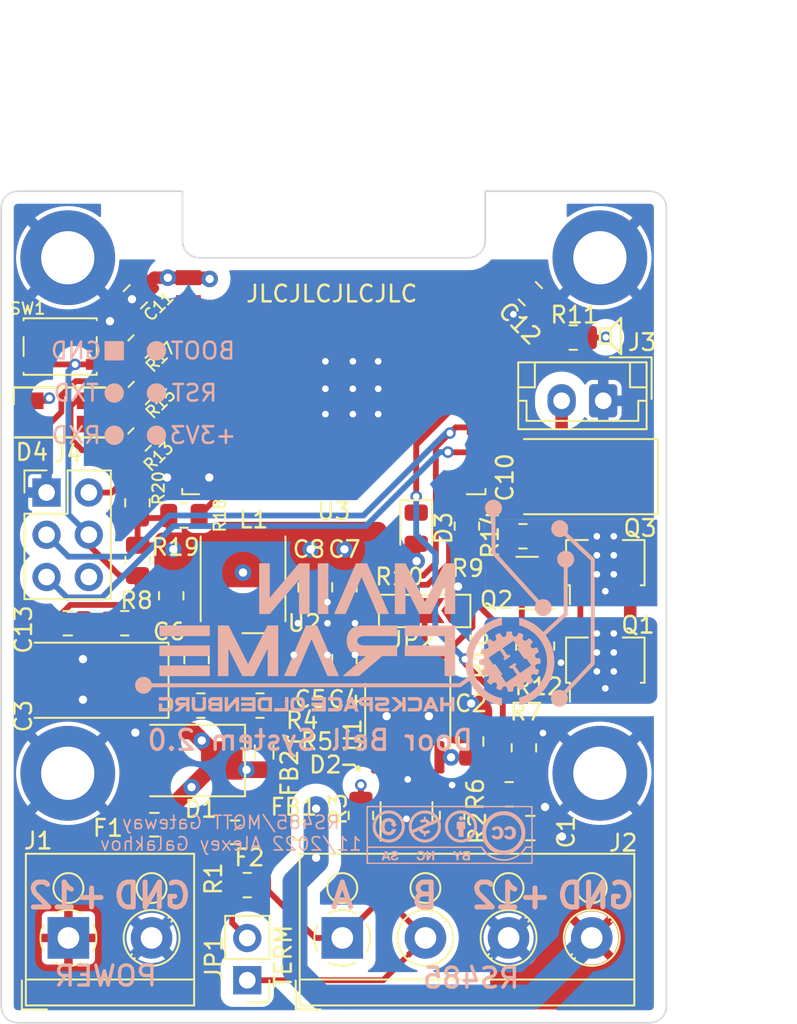
<source format=kicad_pcb>
(kicad_pcb (version 20221018) (generator pcbnew)
  (layers (0 "F.Cu" signal) (1 "In1.Cu" signal) (2 "In2.Cu" signal) (31 "B.Cu" signal) (34 "B.Paste" user) (35 "F.Paste" user) (36 "B.SilkS" user "B.Silkscreen") (37 "F.SilkS" user "F.Silkscreen") (38 "B.Mask" user) (39 "F.Mask" user) (44 "Edge.Cuts" user))
  (net 0 "")
  (net 1 "/SWU1")
  (net 2 "/+12V_FUSED")
  (net 3 "GND")
  (net 4 "VCC")
  (net 5 "Net-(JP1-Pad2)")
  (net 6 "/~{RST}")
  (net 7 "/RXD")
  (net 8 "/ADC")
  (net 9 "/DE")
  (net 10 "/TXD")
  (net 14 "+12V")
  (net 15 "/+12V_OUT")
  (net 16 "/RXDr")
  (net 17 "Net-(F2-Pad2)")
  (net 18 "/RS485+")
  (net 19 "/RS485-")
  (net 20 "Net-(C10-Pad1)")
  (net 21 "Net-(C10-Pad2)")
  (net 22 "Net-(Q1-Pad1)")
  (net 23 "Net-(Q2-Pad1)")
  (net 24 "/SOUND")
  (net 25 "VPP")
  (net 26 "/GREEN")
  (net 27 "Net-(D4-Pad2)")
  (net 28 "/BLUE")
  (net 29 "Net-(C6-Pad1)")
  (net 30 "Net-(D4-Pad3)")
  (net 31 "Net-(D4-Pad4)")
  (net 32 "Net-(R4-Pad2)")
  (net 33 "Net-(R5-Pad1)")
  (net 34 "Net-(R10-Pad2)")
  (net 36 "/~{BOOT}")
  (net 37 "Net-(JP2-Pad2)")
  (net 38 "Net-(R11-Pad2)")
  (net 39 "/RED")
  (net 40 "Net-(R18-Pad2)")
  (footprint "MountingHole:MountingHole_3.2mm_M3_ISO7380_Pad_TopBottom" (layer "F.Cu") (at 159 48)
    (fp_text reference "H3" hide)
    (fp_text value "MountingHole_Pad" hide)
  )
  (footprint "Resistor_SMD:R_0805_2012Metric" (layer "F.Cu") (at 138.557 74.93 180)
    (fp_text reference "R4")
    (fp_text value "100k")
  )
  (footprint "Resistor_SMD:R_0805_2012Metric" (layer "F.Cu") (at 155.517 71.3528 -90)
    (fp_text reference "R12")
    (fp_text value "22k")
  )
  (footprint "Package_TO_SOT_SMD:SOT-89-3" (layer "F.Cu") (at 159.327 72.4958 90)
    (fp_text reference "Q1")
    (fp_text value "BCX56")
  )
  (footprint "Resistor_SMD:R_0805_2012Metric" (layer "F.Cu") (at 151.003 64.135 -90)
    (fp_text reference "R9")
    (fp_text value "1k")
  )
  (footprint "Connector_JST:JST_EH_B2B-EH-A_1x02_P2.50mm_Vertical" (layer "F.Cu") (at 159.2 56.6 180)
    (fp_text reference "J3")
    (fp_text value "SPEAKER")
  )
  (footprint "Resistor_SMD:R_0805_2012Metric" (layer "F.Cu") (at 133.985 63.5)
    (fp_text reference "R18")
    (fp_text value "10k")
  )
  (footprint "Resistor_SMD:R_0805_2012Metric" (layer "F.Cu") (at 135.001 74.93 180)
    (fp_text reference "R5")
    (fp_text value "59k")
  )
  (footprint "Inductor_SMD:L_Taiyo-Yuden_NR-50xx" (layer "F.Cu") (at 137.541 67.31 90)
    (fp_text reference "L1")
    (fp_text value "6µ8")
  )
  (footprint "Inductor_SMD:L_0805_2012Metric" (layer "F.Cu") (at 138.811 77.724 90)
    (fp_text reference "FB2")
    (fp_text value "FerriteBead" hide)
  )
  (footprint "MountingHole:MountingHole_3.2mm_M3_ISO7380_Pad_TopBottom" (layer "F.Cu") (at 127 79)
    (fp_text reference "H2" hide)
    (fp_text value "MountingHole_Pad" hide)
  )
  (footprint "Connector_PinHeader_2.54mm:PinHeader_1x02_P2.54mm_Vertical" (layer "F.Cu") (at 137.795 91.445 180)
    (fp_text reference "JP1")
    (fp_text value "TERM")
  )
  (footprint "Package_SO:SOIC-8_3.9x4.9mm_P1.27mm" (layer "F.Cu") (at 147.447 75.565 -90)
    (fp_text reference "U1")
    (fp_text value "SP3485CN")
  )
  (footprint "Fuse:Fuse_0805_2012Metric_Pad1.15x1.40mm_HandSolder" (layer "F.Cu") (at 132.207 82.0928)
    (fp_text reference "F1")
    (fp_text value "500mA")
  )
  (footprint "Button_Switch_SMD:SW_SPST_PTS810" (layer "F.Cu") (at 126.5428 53.34 180)
    (fp_text reference "SW1")
    (fp_text value "RESET")
  )
  (footprint "Capacitor_SMD:C_0805_2012Metric" (layer "F.Cu") (at 154.813 50.165 -45)
    (fp_text reference "C12")
    (fp_text value "0,1µ")
  )
  (footprint "TerminalBlock_RND:TerminalBlock_RND_205-00001_1x02_P5.00mm_Horizontal" (layer "F.Cu") (at 127.04 88.9)
    (fp_text reference "J1")
    (fp_text value "POWER")
  )
  (footprint "Resistor_SMD:R_0805_2012Metric" (layer "F.Cu") (at 150.114 81.534 -90)
    (fp_text reference "R2")
    (fp_text value "10k")
  )
  (footprint "Resistor_SMD:R_0805_2012Metric" (layer "F.Cu") (at 131.333165 56.134 -135)
    (fp_text reference "R15")
    (fp_text value "470")
  )
  (footprint "Package_TO_SOT_SMD:SOT-23" (layer "F.Cu") (at 147.3708 81.3816 90)
    (fp_text reference "D2")
    (fp_text value "PESD2CAN")
  )
  (footprint "Inductor_SMD:L_0805_2012Metric" (layer "F.Cu") (at 140.843 82.4484 180)
    (fp_text reference "FB1")
    (fp_text value "FerriteBead" hide)
  )
  (footprint "Capacitor_SMD:C_0805_2012Metric" (layer "F.Cu") (at 154.813 82.296 180)
    (fp_text reference "C1")
    (fp_text value "1µ")
  )
  (footprint "Capacitor_SMD:C_0805_2012Metric" (layer "F.Cu") (at 131.064 50.3428 -135)
    (fp_text reference "C11")
    (fp_text value "0.1µ")
  )
  (footprint "Resistor_SMD:R_0805_2012Metric" (layer "F.Cu") (at 131.318 53.34 -135)
    (fp_text reference "R17")
    (fp_text value "470")
  )
  (footprint "Capacitor_SMD:C_0805_2012Metric" (layer "F.Cu") (at 134.747 72.136 90)
    (fp_text reference "C6")
    (fp_text value "1µ")
  )
  (footprint "Fuse:Fuse_0805_2012Metric_Pad1.15x1.40mm_HandSolder" (layer "F.Cu") (at 137.0584 82.55)
    (fp_text reference "F2")
    (fp_text value "500mA")
  )
  (footprint "Connector_PinHeader_2.54mm:PinHeader_2x03_P2.54mm_Vertical" (layer "F.Cu") (at 125.725 62.118)
    (fp_text reference "J4")
    (fp_text value "PROG")
  )
  (footprint "Capacitor_Tantalum_SMD:CP_EIA-7343-31_Kemet-D" (layer "F.Cu") (at 128.651 73.406 180)
    (fp_text reference "C3")
    (fp_text value "100µ")
  )
  (footprint "Capacitor_SMD:C_0805_2012Metric" (layer "F.Cu") (at 143.637 67.818 -90)
    (fp_text reference "C7")
    (fp_text value "22µ")
  )
  (footprint "Resistor_SMD:R_0805_2012Metric" (layer "F.Cu") (at 130.429 69.977 180)
    (fp_text reference "R8")
    (fp_text value "13k")
  )
  (footprint "Capacitor_SMD:C_0805_2012Metric" (layer "F.Cu") (at 151.257 77.089 90)
    (fp_text reference "C2")
    (fp_text value "1µ")
  )
  (footprint "Resistor_SMD:R_0805_2012Metric" (layer "F.Cu") (at 153.543 80.264 180)
    (fp_text reference "R6")
    (fp_text value "150K")
  )
  (footprint "TerminalBlock_RND:TerminalBlock_RND_205-00003_1x04_P5.00mm_Horizontal" (layer "F.Cu") (at 143.51 88.9)
    (fp_text reference "J2")
    (fp_text value "RS485")
  )
  (footprint "Capacitor_SMD:C_0805_2012Metric" (layer "F.Cu") (at 127 69.977)
    (fp_text reference "C13")
    (fp_text value "0.1µ")
  )
  (footprint "MountingHole:MountingHole_3.2mm_M3_ISO7380_Pad_TopBottom" (layer "F.Cu") (at 127 48)
    (fp_text reference "H4" hide)
    (fp_text value "MountingHole_Pad" hide)
  )
  (footprint "Capacitor_Tantalum_SMD:CP_EIA-7343-31_Kemet-D" (layer "F.Cu") (at 158.0896 61.1632 180)
    (fp_text reference "C10")
    (fp_text value "100µ")
  )
  (footprint "Resistor_SMD:R_0805_2012Metric" (layer "F.Cu") (at 153.231 71.3528 90)
    (fp_text reference "R16")
    (fp_text value "1k")
  )
  (footprint "LED_SMD:LED_RGB_1210" (layer "F.Cu") (at 126.5428 57.3024)
    (fp_text reference "D4")
    (fp_text value "HSMF-C118")
  )
  (footprint "Resistor_SMD:R_0805_2012Metric" (layer "F.Cu") (at 131.2 66.2 -90)
    (fp_text reference "R19")
    (fp_text value "47k")
  )
  (footprint "MountingHole:MountingHole_3.2mm_M3_ISO7380_Pad_TopBottom" (layer "F.Cu") (at 159 79)
    (fp_text reference "H1" hide)
    (fp_text value "MountingHole_Pad" hide)
  )
  (footprint "Capacitor_SMD:C_0805_2012Metric" (layer "F.Cu") (at 141.605 67.818 -90)
    (fp_text reference "C8")
    (fp_text value "22µ")
  )
  (footprint "Package_TO_SOT_SMD:SOT-23" (layer "F.Cu") (at 154.628 67.5428 180)
    (fp_text reference "Q2")
    (fp_text value "BC846")
  )
  (footprint "Diode_SMD:D_SMB" (layer "F.Cu") (at 134.112 78.232 180)
    (fp_text reference "D1")
    (fp_text value "SM6T18A")
  )
  (footprint "Resistor_SMD:R_0805_2012Metric" (layer "F.Cu") (at 137.795 85.725)
    (fp_text reference "R1")
    (fp_text value "120")
  )
  (footprint "Resistor_SMD:R_0805_2012Metric" (layer "F.Cu") (at 133.223 68.326 -90)
    (fp_text reference "R10")
    (fp_text value "40k2")
  )
  (footprint "Resistor_SMD:R_0805_2012Metric" (layer "F.Cu") (at 144.6276 81.534 90)
    (fp_text reference "R3")
    (fp_text value "10k")
  )
  (footprint "Package_TO_SOT_SMD:TSOT-23-6" (layer "F.Cu") (at 138.303 72.136 180)
    (fp_text reference "U2")
    (fp_text value "AP65111AWU")
  )
  (footprint "Capacitor_SMD:C_0805_2012Metric" (layer "F.Cu") (at 143.637 72.136 90)
    (fp_text reference "C4")
    (fp_text value "22µ 25V")
  )
  (footprint "Resistor_SMD:R_0805_2012Metric" (layer "F.Cu") (at 157.4 52.8 180)
    (fp_text reference "R11")
    (fp_text value "10k")
  )
  (footprint "RF_Module:ESP-WROOM-02" (layer "F.Cu") (at 143 55.2)
    (fp_text reference "U3")
    (fp_text value "ESP32-C3-WROOM-02")
  )
  (footprint "Resistor_SMD:R_0805_2012Metric" (layer "F.Cu") (at 154.374 64.7488)
    (fp_text reference "R14")
    (fp_text value "1k")
  )
  (footprint "Resistor_SMD:R_0805_2012Metric" (layer "F.Cu") (at 131.191 62.738 90)
    (fp_text reference "R20")
    (fp_text value "10k")
  )
  (footprint "Resistor_SMD:R_0805_2012Metric" (layer "F.Cu") (at 154.432 77.47 -90)
    (fp_text reference "R7")
    (fp_text value "10K")
  )
  (footprint "Diode_SMD:D_0805_2012Metric" (layer "F.Cu") (at 147.955 64.262 -90)
    (fp_text reference "D3")
    (fp_text value "BZY55 2V7" hide)
  )
  (footprint "Resistor_SMD:R_0805_2012Metric" (layer "F.Cu") (at 131.318 58.928 -135)
    (fp_text reference "R13")
    (fp_text value "470")
  )
  (footprint "Package_TO_SOT_SMD:SOT-89-3" (layer "F.Cu") (at 159.327 66.634 90)
    (fp_text reference "Q3")
    (fp_text value "BCX53")
  )
  (footprint "Capacitor_SMD:C_0805_2012Metric" (layer "F.Cu") (at 141.605 72.136 90)
    (fp_text reference "C5")
    (fp_text value "22µ 25V")
  )
  (footprint "Jumper:SolderJumper-3_P2.0mm_Open_TrianglePad1.0x1.5mm" (layer "F.Cu") (at 148.463 69.215 180)
    (fp_text reference "JP2")
    (fp_text value "SolderJumper_3_Open" hide)
  )
  (footprint "w_logo:Logo_silk_CC-BY-NC-SA_10x3.6mm" (layer "B.Cu") (at 149.9616 82.7024 180)
    (fp_text reference "G***" hide)
    (fp_text value "LOGO" hide)
  )
  (gr_poly (pts (xy 147.288463 70.731804) (xy 149.68273 70.731804) (xy 149.68273 71.333148) (xy 147.288463 71.333148) (xy 147.288463 71.934441) (xy 149.68273 71.934441) (xy 149.68273 73.137183) (xy 150.281324 73.137183) (xy 150.281324 70.130354) (xy 147.288463 70.130354)) (stroke (width 0.04)) (fill solid) (layer "B.SilkS"))
  (gr_poly (pts (xy 136.621841 75.012921) (xy 136.621841 74.438935) (xy 136.45711 74.438935) (xy 136.45711 75.262795) (xy 136.624751 75.262795) (xy 137.116188 74.688859) (xy 137.116188 75.262793) (xy 137.280917 75.262793) (xy 137.280917 74.438934) (xy 137.112853 74.438934)) (stroke (width 0.04)) (fill solid) (layer "B.SilkS"))
  (gr_poly (pts (xy 133.722414 74.439954) (xy 133.691312 74.442853) (xy 133.676566 74.445028) (xy 133.662356 74.447686) (xy 133.648683 74.450827) (xy 133.635546 74.45445) (xy 133.622945 74.458557) (xy 133.61088 74.463146) (xy 133.599352 74.468219) (xy 133.58836 74.473774) (xy 133.577905 74.479811) (xy 133.567985 74.486332) (xy 133.558602 74.493335) (xy 133.549755 74.50082) (xy 133.541445 74.508788) (xy 133.53367 74.517238) (xy 133.526432 74.526171) (xy 133.51973 74.535586) (xy 133.513565 74.545483) (xy 133.507935 74.555862) (xy 133.502842 74.566723) (xy 133.498285 74.578067) (xy 133.494264 74.589892) (xy 133.490779 74.602199) (xy 133.48783 74.614988) (xy 133.485418 74.628259) (xy 133.483541 74.642012) (xy 133.482201 74.656247) (xy 133.481397 74.670963) (xy 133.481129 74.68616) (xy 133.481397 74.701368) (xy 133.482201 74.716092) (xy 133.483541 74.730334) (xy 133.485418 74.744094) (xy 133.48783 74.757371) (xy 133.490779 74.770166) (xy 133.494264 74.782478) (xy 133.498285 74.794307) (xy 133.502842 74.805654) (xy 133.507935 74.816518) (xy 133.513565 74.8269) (xy 133.51973 74.836799) (xy 133.526432 74.846215) (xy 133.53367 74.855148) (xy 133.541445 74.863599) (xy 133.549755 74.871567) (xy 133.558602 74.879053) (xy 133.567985 74.886055) (xy 133.577905 74.892575) (xy 133.58836 74.898612) (xy 133.599352 74.904166) (xy 133.61088 74.909237) (xy 133.622945 74.913825) (xy 133.635546 74.91793) (xy 133.648683 74.921553) (xy 133.662356 74.924692) (xy 133.676566 74.927349) (xy 133.691312 74.929523) (xy 133.706595 74.931213) (xy 133.722414 74.932421) (xy 133.738769 74.933146) (xy 133.755661 74.933387) (xy 133.806829 74.933387) (xy 133.420167 75.262952) (xy 133.673269 75.262952) (xy 134.059931 74.93328) (xy 134.14026 74.93328) (xy 134.14026 75.262845) (xy 134.304988 75.262845) (xy 134.304988 74.76839) (xy 134.140153 74.76839) (xy 133.783178 74.768497) (xy 133.766549 74.768174) (xy 133.750992 74.767205) (xy 133.736507 74.76559) (xy 133.723093 74.763331) (xy 133.710752 74.760426) (xy 133.699483 74.756877) (xy 133.689287 74.752684) (xy 133.680163 74.747846) (xy 133.676003 74.745186) (xy 133.672112 74.742365) (xy 133.668489 74.739383) (xy 133.665134 74.73624) (xy 133.662047 74.732937) (xy 133.659229 74.729473) (xy 133.656679 74.725848) (xy 133.654397 74.722063) (xy 133.652384 74.718117) (xy 133.650639 74.71401) (xy 133.649162 74.709743) (xy 133.647954 74.705315) (xy 133.647015 74.700727) (xy 133.646343 74.695978) (xy 133.645941 74.691069) (xy 133.645806 74.686) (xy 133.64594 74.68094) (xy 133.646343 74.67604) (xy 133.647013 74.6713) (xy 133.647952 74.66672) (xy 133.649159 74.6623) (xy 133.650634 74.658039) (xy 133.652378 74.653939) (xy 133.654389 74.649999) (xy 133.65667 74.646218) (xy 133.659218 74.642598) (xy 133.662034 74.639139) (xy 133.665119 74.635839) (xy 133.668473 74.6327) (xy 133.672094 74.629722) (xy 133.675984 74.626904) (xy 133.680142 74.624246) (xy 133.684569 74.621749) (xy 133.689264 74.619413) (xy 133.694227 74.617238) (xy 133.699459 74.615223) (xy 133.704959 74.613369) (xy 133.710728 74.611676) (xy 133.716765 74.610144) (xy 133.72307 74.608773) (xy 133.729644 74.607563) (xy 133.736486 74.606514) (xy 133.743597 74.605627) (xy 133.750976 74.6049) (xy 133.758624 74.604335) (xy 133.76654 74.603932) (xy 133.774725 74.60369) (xy 133.783178 74.603609) (xy 134.140153 74.603609) (xy 134.140153 74.76839) (xy 134.304988 74.76839) (xy 134.304988 74.438987) (xy 134.140153 74.603609) (xy 134.140153 74.603607) (xy 134.304986 74.438987) (xy 133.755661 74.438987)) (stroke (width 0.04)) (fill solid) (layer "B.SilkS"))
  (gr_poly (pts (xy 135.703295 74.439848) (xy 135.672192 74.442748) (xy 135.657444 74.444923) (xy 135.643233 74.44758) (xy 135.629558 74.450721) (xy 135.616419 74.454345) (xy 135.603816 74.458452) (xy 135.59175 74.463041) (xy 135.580219 74.468113) (xy 135.569225 74.473668) (xy 135.558767 74.479706) (xy 135.548845 74.486226) (xy 135.53946 74.493229) (xy 135.53061 74.500715) (xy 135.522297 74.508683) (xy 135.514521 74.517133) (xy 135.50728 74.526065) (xy 135.500576 74.53548) (xy 135.494408 74.545377) (xy 135.488776 74.555757) (xy 135.483681 74.566618) (xy 135.479122 74.577961) (xy 135.475099 74.589787) (xy 135.471613 74.602094) (xy 135.468663 74.614883) (xy 135.466249 74.628154) (xy 135.464372 74.641907) (xy 135.463031 74.656141) (xy 135.462226 74.670857) (xy 135.461958 74.686055) (xy 135.462281 74.702783) (xy 135.46325 74.718655) (xy 135.464864 74.733673) (xy 135.467124 74.747834) (xy 135.470028 74.761139) (xy 135.473578 74.773587) (xy 135.477771 74.785178) (xy 135.482608 74.795911) (xy 135.48809 74.805785) (xy 135.494214 74.814801) (xy 135.500982 74.822958) (xy 135.508392 74.830255) (xy 135.516445 74.836693) (xy 135.52514 74.842269) (xy 135.534476 74.846985) (xy 135.544454 74.850839) (xy 135.53939 74.852662) (xy 135.534485 74.854701) (xy 135.52974 74.856954) (xy 135.525155 74.859421) (xy 135.52073 74.862103) (xy 135.516465 74.864999) (xy 135.512359 74.86811) (xy 135.508415 74.871436) (xy 135.50463 74.874976) (xy 135.501005 74.87873) (xy 135.497541 74.882699) (xy 135.494238 74.886882) (xy 135.491094 74.89128) (xy 135.488112 74.895892) (xy 135.48529 74.900719) (xy 135.482629 74.90576) (xy 135.480128 74.911015) (xy 135.477788 74.916485) (xy 135.475609 74.922169) (xy 135.473592 74.928068) (xy 135.471735 74.934181) (xy 135.470039 74.940508) (xy 135.468505 74.94705) (xy 135.467131 74.953806) (xy 135.465919 74.960776) (xy 135.464869 74.967961) (xy 135.46398 74.97536) (xy 135.463252 74.982973) (xy 135.462686 74.9908) (xy 135.462281 74.998842) (xy 135.462039 75.007098) (xy 135.461958 75.015569) (xy 135.462226 75.030776) (xy 135.463031 75.0455) (xy 135.464372 75.059741) (xy 135.466249 75.0735) (xy 135.468663 75.086776) (xy 135.471613 75.099569) (xy 135.475099 75.11188) (xy 135.479122 75.123707) (xy 135.483681 75.135052) (xy 135.488776 75.145914) (xy 135.494408 75.156293) (xy 135.500576 75.16619) (xy 135.50728 75.175604) (xy 135.514521 75.184535) (xy 135.522298 75.192983) (xy 135.530611 75.200949) (xy 135.53946 75.208432) (xy 135.548846 75.215432) (xy 135.558768 75.221949) (xy 135.569226 75.227983) (xy 135.58022 75.233535) (xy 135.59175 75.238604) (xy 135.603817 75.24319) (xy 135.61642 75.247294) (xy 135.629559 75.250914) (xy 135.643234 75.254052) (xy 135.657445 75.256707) (xy 135.672192 75.25888) (xy 135.687476 75.26057) (xy 135.703295 75.261776) (xy 135.719651 75.262501) (xy 135.736543 75.262742) (xy 136.285871 75.262742) (xy 136.121196 75.098118) (xy 136.285871 75.26274) (xy 136.285871 75.097958) (xy 136.121037 75.097958) (xy 135.76406 75.097958) (xy 135.747441 75.097637) (xy 135.731894 75.096671) (xy 135.717418 75.095062) (xy 135.704014 75.092809) (xy 135.691682 75.089912) (xy 135.680422 75.086372) (xy 135.670233 75.082188) (xy 135.661117 75.07736) (xy 135.656961 75.074705) (xy 135.653073 75.071889) (xy 135.649454 75.068912) (xy 135.646102 75.065774) (xy 135.643018 75.062475) (xy 135.640202 75.059015) (xy 135.637655 75.055395) (xy 135.635376 75.051613) (xy 135.633364 75.047671) (xy 135.631621 75.043567) (xy 135.630146 75.039303) (xy 135.628939 75.034877) (xy 135.628001 75.030291) (xy 135.62733 75.025544) (xy 135.626928 75.020636) (xy 135.626794 75.015567) (xy 135.626901 75.010503) (xy 135.627221 75.0056) (xy 135.627756 75.000858) (xy 135.628504 74.996276) (xy 135.629466 74.991856) (xy 135.630642 74.987596) (xy 135.632032 74.983498) (xy 135.633636 74.97956) (xy 135.635454 74.975783) (xy 135.637487 74.972167) (xy 135.639734 74.968711) (xy 135.642195 74.965417) (xy 135.644871 74.962283) (xy 135.647761 74.95931) (xy 135.650866 74.956498) (xy 135.654185 74.953847) (xy 135.657719 74.951356) (xy 135.661468 74.949026) (xy 135.665432 74.946857) (xy 135.669611 74.944849) (xy 135.674004 74.943001) (xy 135.678613 74.941314) (xy 135.683437 74.939788) (xy 135.688476 74.938422) (xy 135.693731 74.937217) (xy 135.6992 74.936173) (xy 135.704885 74.93529) (xy 135.710786 74.934567) (xy 135.716902 74.934005) (xy 135.723234 74.933603) (xy 135.729781 74.933362) (xy 135.736544 74.933282) (xy 136.121037 74.933282) (xy 136.121037 75.097958) (xy 136.285871 75.097958) (xy 136.285871 74.768394) (xy 136.121037 74.768394) (xy 135.736544 74.7685) (xy 135.723234 74.768177) (xy 135.710786 74.767208) (xy 135.6992 74.765594) (xy 135.688476 74.763334) (xy 135.678613 74.760429) (xy 135.674004 74.758735) (xy 135.669611 74.75688) (xy 135.665432 74.754864) (xy 135.661468 74.752687) (xy 135.657719 74.750349) (xy 135.654185 74.747849) (xy 135.650866 74.745189) (xy 135.647761 74.742368) (xy 135.644871 74.739386) (xy 135.642195 74.736244) (xy 135.639734 74.73294) (xy 135.637487 74.729476) (xy 135.635454 74.725851) (xy 135.633636 74.722066) (xy 135.632032 74.71812) (xy 135.630642 74.714013) (xy 135.629466 74.709746) (xy 135.628504 74.705318) (xy 135.627756 74.70073) (xy 135.627221 74.695981) (xy 135.626901 74.691073) (xy 135.626794 74.686003) (xy 135.626928 74.680943) (xy 135.627329 74.676044) (xy 135.627998 74.671303) (xy 135.628935 74.666723) (xy 135.63014 74.662303) (xy 135.631612 74.658042) (xy 135.633353 74.653942) (xy 135.635361 74.650002) (xy 135.637637 74.646221) (xy 135.640181 74.642602) (xy 135.642994 74.639142) (xy 135.646074 74.635842) (xy 135.649423 74.632703) (xy 135.653039 74.629725) (xy 135.656924 74.626907) (xy 135.661078 74.624249) (xy 135.665499 74.621752) (xy 135.67019 74.619416) (xy 135.675148 74.617241) (xy 135.680375 74.615226) (xy 135.685871 74.613372) (xy 135.691635 74.611679) (xy 135.697668 74.610147) (xy 135.703969 74.608776) (xy 135.71054 74.607566) (xy 135.717379 74.606517) (xy 135.724487 74.60563) (xy 135.731864 74.604904) (xy 135.739509 74.604338) (xy 135.747424 74.603935) (xy 135.755608 74.603693) (xy 135.76406 74.603612) (xy 136.121037 74.603612) (xy 136.121037 74.768394) (xy 136.285871 74.768394) (xy 136.285871 74.438882) (xy 136.121037 74.603612) (xy 136.121037 74.60361) (xy 136.28587 74.438882) (xy 135.736543 74.438882)) (stroke (width 0.04)) (fill solid) (layer "B.SilkS"))
  (gr_poly (pts (xy 140.085499 75.097957) (xy 139.426422 75.097957) (xy 139.426422 75.26274) (xy 140.250228 75.26274) (xy 140.250228 74.43888) (xy 140.085499 74.43888)) (stroke (width 0.04)) (fill solid) (layer "B.SilkS"))
  (gr_poly (pts (xy 141.680249 74.603664) (xy 142.339326 74.603664) (xy 142.339326 74.768447) (xy 141.680249 74.768447) (xy 141.680249 74.933177) (xy 142.339326 74.933177) (xy 142.339326 75.097957) (xy 141.680249 75.097957) (xy 141.680249 75.26274) (xy 142.504055 75.26274) (xy 142.504055 74.43888) (xy 141.680249 74.43888)) (stroke (width 0.04)) (fill solid) (layer "B.SilkS"))
  (gr_poly (pts (xy 147.140402 74.810673) (xy 146.727387 74.43888) (xy 146.481325 74.43888) (xy 146.938261 74.850837) (xy 146.481325 75.26274) (xy 146.727387 75.26274) (xy 147.140402 74.890948) (xy 147.140402 75.26274) (xy 147.305185 75.26274) (xy 147.305185 74.43888) (xy 147.140402 74.43888)) (stroke (width 0.04)) (fill solid) (layer "B.SilkS"))
  (gr_poly (pts (xy 156.919327 65.640218) (xy 156.894448 65.642111) (xy 156.869929 65.645228) (xy 156.845803 65.649538) (xy 156.822101 65.655011) (xy 156.798851 65.661615) (xy 156.776087 65.669321) (xy 156.753838 65.678096) (xy 156.732135 65.687911) (xy 156.71101 65.698734) (xy 156.690492 65.710534) (xy 156.670613 65.723282) (xy 156.651403 65.736945) (xy 156.632893 65.751494) (xy 156.615115 65.766897) (xy 156.598098 65.783123) (xy 156.581875 65.800142) (xy 156.566474 65.817923) (xy 156.551928 65.836435) (xy 156.538267 65.855647) (xy 156.525522 65.875528) (xy 156.513723 65.896048) (xy 156.502902 65.917176) (xy 156.49309 65.938881) (xy 156.484316 65.961131) (xy 156.476612 65.983897) (xy 156.470009 66.007148) (xy 156.464537 66.030852) (xy 156.460228 66.054979) (xy 156.457112 66.079498) (xy 156.45522 66.104378) (xy 156.454582 66.129588) (xy 156.455068 66.151611) (xy 156.456514 66.173385) (xy 156.458899 66.194889) (xy 156.462202 66.216102) (xy 156.466402 66.237005) (xy 156.47148 66.257577) (xy 156.477415 66.277797) (xy 156.484186 66.297645) (xy 156.491773 66.317101) (xy 156.500156 66.336143) (xy 156.509313 66.354752) (xy 156.519224 66.372907) (xy 156.52987 66.390588) (xy 156.541229 66.407774) (xy 156.55328 66.424445) (xy 156.566004 66.44058) (xy 156.579381 66.456158) (xy 156.593388 66.47116) (xy 156.608006 66.485565) (xy 156.623215 66.499352) (xy 156.638994 66.512501) (xy 156.655322 66.524991) (xy 156.672179 66.536803) (xy 156.689544 66.547914) (xy 156.707398 66.558306) (xy 156.725719 66.567958) (xy 156.744486 66.576849) (xy 156.763681 66.584958) (xy 156.783281 66.592265) (xy 156.803267 66.59875) (xy 156.823618 66.604393) (xy 156.844313 66.609172) (xy 156.844313 69.382588) (xy 155.587384 70.53146) (xy 155.517387 70.453945) (xy 155.444455 70.379239) (xy 155.368682 70.307433) (xy 155.290159 70.238621) (xy 155.208977 70.172895) (xy 155.125227 70.110347) (xy 155.039002 70.05107) (xy 154.950393 69.995157) (xy 154.859491 69.9427) (xy 154.766389 69.893791) (xy 154.671176 69.848523) (xy 154.573946 69.806988) (xy 154.47479 69.769279) (xy 154.373798 69.735488) (xy 154.271064 69.705708) (xy 154.166677 69.680032) (xy 154.166677 70.092677) (xy 154.256192 70.118592) (xy 154.34415 70.14809) (xy 154.51506 70.217499) (xy 154.678734 70.300227) (xy 154.834498 70.395596) (xy 154.981676 70.502931) (xy 155.119595 70.621554) (xy 155.247579 70.750789) (xy 155.364955 70.889959) (xy 155.471048 71.038387) (xy 155.565184 71.195397) (xy 155.646687 71.360311) (xy 155.714884 71.532454) (xy 155.743782 71.621025) (xy 155.7691 71.711149) (xy 155.790755 71.802742) (xy 155.808661 71.895718) (xy 155.822735 71.989995) (xy 155.832892 72.085486) (xy 155.839048 72.182107) (xy 155.841119 72.279775) (xy 155.839048 72.377437) (xy 155.832892 72.474053) (xy 155.822734 72.569538) (xy 155.808659 72.663807) (xy 155.790752 72.756777) (xy 155.769096 72.848362) (xy 155.743776 72.938479) (xy 155.714877 73.027042) (xy 155.682482 73.113967) (xy 155.646676 73.199169) (xy 155.607544 73.282565) (xy 155.56517 73.364069) (xy 155.519637 73.443597) (xy 155.471031 73.521064) (xy 155.419436 73.596386) (xy 155.364936 73.669479) (xy 155.307615 73.740258) (xy 155.247557 73.808637) (xy 155.184848 73.874534) (xy 155.119572 73.937863) (xy 155.051812 73.99854) (xy 154.981653 74.05648) (xy 154.909179 74.111599) (xy 154.834476 74.163812) (xy 154.757626 74.213035) (xy 154.678715 74.259183) (xy 154.597827 74.302172) (xy 154.515045 74.341917) (xy 154.430455 74.378334) (xy 154.344141 74.411337) (xy 154.256187 74.440844) (xy 154.166677 74.466768) (xy 154.166677 74.879412) (xy 154.276896 74.852172) (xy 154.38527 74.820362) (xy 154.49169 74.78409) (xy 154.596048 74.743465) (xy 154.698235 74.698597) (xy 154.798144 74.649592) (xy 154.990691 74.539611) (xy 155.17282 74.414391) (xy 155.343664 74.274801) (xy 155.502355 74.121711) (xy 155.648026 73.95599) (xy 155.779809 73.778505) (xy 155.896836 73.590128) (xy 155.99824 73.391727) (xy 156.042812 73.289038) (xy 156.083152 73.18417) (xy 156.119153 73.07723) (xy 156.150705 72.968327) (xy 156.177701 72.85757) (xy 156.200032 72.745068) (xy 156.217589 72.630928) (xy 156.230264 72.515261) (xy 156.237949 72.398173) (xy 156.240534 72.279775) (xy 156.23825 72.168491) (xy 156.231457 72.058359) (xy 156.220246 71.949469) (xy 156.204707 71.841911) (xy 156.184929 71.735774) (xy 156.161004 71.63115) (xy 156.133022 71.528128) (xy 156.101073 71.426798) (xy 156.065246 71.32725) (xy 156.025633 71.229574) (xy 155.982323 71.133861) (xy 155.935407 71.0402) (xy 155.884975 70.948682) (xy 155.831117 70.859396) (xy 155.773924 70.772433) (xy 155.713485 70.687882) (xy 155.884604 70.531461) (xy 155.587384 70.531461) (xy 155.587384 70.53146) (xy 155.587384 70.531461) (xy 155.884604 70.531461) (xy 157.044815 69.470905) (xy 157.044815 66.609172) (xy 157.065505 66.604393) (xy 157.085852 66.59875) (xy 157.105833 66.592265) (xy 157.125429 66.584958) (xy 157.14462 66.576849) (xy 157.163385 66.567958) (xy 157.181702 66.558306) (xy 157.199553 66.547914) (xy 157.23377 66.524991) (xy 157.265873 66.499352) (xy 157.295696 66.47116) (xy 157.323077 66.44058) (xy 157.347851 66.407774) (xy 157.359209 66.390588) (xy 157.369853 66.372907) (xy 157.379764 66.354752) (xy 157.388921 66.336143) (xy 157.397303 66.317101) (xy 157.404889 66.297645) (xy 157.41166 66.277797) (xy 157.417595 66.257577) (xy 157.422673 66.237005) (xy 157.426873 66.216102) (xy 157.430176 66.194889) (xy 157.432561 66.173385) (xy 157.434007 66.151611) (xy 157.434493 66.129588) (xy 157.433855 66.104373) (xy 157.431963 66.079489) (xy 157.428847 66.054967) (xy 157.424538 66.030837) (xy 157.419066 66.00713) (xy 157.412463 65.983878) (xy 157.404759 65.96111) (xy 157.395985 65.938859) (xy 157.386173 65.917153) (xy 157.375352 65.896025) (xy 157.363553 65.875505) (xy 157.350808 65.855624) (xy 157.337147 65.836412) (xy 157.322601 65.817901) (xy 157.3072 65.800121) (xy 157.290976 65.783103) (xy 157.27396 65.766878) (xy 157.256181 65.751477) (xy 157.237672 65.73693) (xy 157.218462 65.723268) (xy 157.198583 65.710522) (xy 157.178065 65.698723) (xy 157.156939 65.687902) (xy 157.135237 65.678089) (xy 157.112988 65.669315) (xy 157.090223 65.661611) (xy 157.066974 65.655007) (xy 157.043271 65.649536) (xy 157.019145 65.645226) (xy 156.994627 65.64211) (xy 156.969748 65.640218) (xy 156.944537 65.63958)) (stroke (width 0.04)) (fill solid) (layer "B.SilkS"))
  (gr_poly (pts (xy 132.531169 73.137183) (xy 135.524188 73.137183) (xy 135.524188 72.535733) (xy 132.531169 72.535733)) (stroke (width 0.04)) (fill solid) (layer "B.SilkS"))
  (gr_poly (pts (xy 143.044706 69.402377) (xy 143.695263 69.402325) (xy 144.668824 67.151249) (xy 145.640533 69.402325) (xy 146.293048 69.402325) (xy 144.99405 66.395548) (xy 144.34365 66.395548)) (stroke (width 0.04)) (fill solid) (layer "B.SilkS"))
  (gr_poly (pts (xy 150.072408 74.768447) (xy 149.578061 74.768447) (xy 149.578061 74.439463) (xy 149.413278 74.438828) (xy 149.413278 75.262689) (xy 149.578061 75.262689) (xy 149.578061 74.933123) (xy 150.072408 74.933123) (xy 150.072408 75.262689) (xy 150.237191 75.262689) (xy 150.237191 74.438828) (xy 150.072408 74.438828)) (stroke (width 0.04)) (fill solid) (layer "B.SilkS"))
  (gr_circle (center 129.794 56.134) (end 130.302 56.134) (stroke (width 0.15)) (fill solid) (layer "B.SilkS"))
  (gr_circle (center 129.794 58.674) (end 130.302 58.674) (stroke (width 0.15)) (fill solid) (layer "B.SilkS"))
  (gr_poly (pts (xy 140.674662 74.439255) (xy 140.658306 74.44006) (xy 140.642486 74.441401) (xy 140.627203 74.443278) (xy 140.612455 74.445692) (xy 140.598244 74.448642) (xy 140.584569 74.452129) (xy 140.57143 74.456152) (xy 140.558827 74.460711) (xy 140.546761 74.465807) (xy 140.53523 74.47144) (xy 140.524236 74.477608) (xy 140.513778 74.484313) (xy 140.503856 74.491555) (xy 140.494471 74.499332) (xy 140.485621 74.507647) (xy 140.477308 74.516497) (xy 140.469532 74.525884) (xy 140.462291 74.535808) (xy 140.455587 74.546268) (xy 140.449419 74.557264) (xy 140.443787 74.568797) (xy 140.438692 74.580866) (xy 140.434133 74.593471) (xy 140.43011 74.606613) (xy 140.426624 74.620291) (xy 140.423674 74.634506) (xy 140.42126 74.649257) (xy 140.419383 74.664544) (xy 140.418042 74.680368) (xy 140.417237 74.696728) (xy 140.416969 74.713625) (xy 140.416969 74.988155) (xy 140.417237 75.005018) (xy 140.418042 75.021347) (xy 140.419383 75.037142) (xy 140.42126 75.052402) (xy 140.423674 75.067128) (xy 140.426624 75.08132) (xy 140.43011 75.094977) (xy 140.434133 75.108101) (xy 140.438692 75.120689) (xy 140.443787 75.132744) (xy 140.449419 75.144264) (xy 140.455587 75.15525) (xy 140.462291 75.165701) (xy 140.469532 75.175619) (xy 140.477309 75.185001) (xy 140.485622 75.19385) (xy 140.494471 75.202164) (xy 140.503857 75.209943) (xy 140.513779 75.217189) (xy 140.524237 75.223899) (xy 140.535231 75.230076) (xy 140.546761 75.235717) (xy 140.558828 75.240825) (xy 140.571431 75.245398) (xy 140.584569 75.249436) (xy 140.598245 75.25294) (xy 140.612456 75.25591) (xy 140.627203 75.258345) (xy 140.642487 75.260245) (xy 140.658306 75.261611) (xy 140.674662 75.262443) (xy 140.691554 75.26274) (xy 140.966244 75.26327) (xy 140.966244 75.26274) (xy 140.983136 75.262472) (xy 140.999491 75.261667) (xy 141.01531 75.260327) (xy 141.030593 75.258451) (xy 141.045339 75.256038) (xy 141.059549 75.253089) (xy 141.073222 75.249604) (xy 141.086359 75.245583) (xy 141.09896 75.241026) (xy 141.111025 75.235932) (xy 141.122553 75.230302) (xy 141.133545 75.224136) (xy 141.144001 75.217433) (xy 141.15392 75.210194) (xy 141.163303 75.202419) (xy 141.17215 75.194107) (xy 141.18046 75.185259) (xy 141.188235 75.175874) (xy 141.195473 75.165953) (xy 141.202175 75.155496) (xy 141.20834 75.144502) (xy 141.21397 75.132971) (xy 141.219063 75.120905) (xy 141.22362 75.108301) (xy 141.227641 75.095161) (xy 141.231126 75.081484) (xy 141.234074 75.067271) (xy 141.236487 75.052521) (xy 141.238363 75.037235) (xy 141.239703 75.021412) (xy 141.240508 75.005052) (xy 141.240776 74.988155) (xy 141.240776 74.960693) (xy 141.076046 74.960693) (xy 141.075912 74.969136) (xy 141.075511 74.977312) (xy 141.074842 74.98522) (xy 141.073905 74.992859) (xy 141.072701 75.000231) (xy 141.071228 75.007335) (xy 141.069488 75.014171) (xy 141.06748 75.020739) (xy 141.065203 75.027039) (xy 141.062659 75.033071) (xy 141.059847 75.038835) (xy 141.056767 75.044331) (xy 141.053418 75.049559) (xy 141.049801 75.05452) (xy 141.045916 75.059212) (xy 141.041763 75.063636) (xy 141.037342 75.067791) (xy 141.032651 75.071679) (xy 141.027693 75.075299) (xy 141.022466 75.078651) (xy 141.01697 75.081735) (xy 141.011206 75.08455) (xy 141.005173 75.087098) (xy 140.998872 75.089377) (xy 140.992302 75.091388) (xy 140.985463 75.093131) (xy 140.978355 75.094606) (xy 140.970978 75.095813) (xy 140.963332 75.096752) (xy 140.955418 75.097422) (xy 140.947234 75.097824) (xy 140.938781 75.097958) (xy 140.719177 75.097958) (xy 140.710728 75.097825) (xy 140.702547 75.097423) (xy 140.694633 75.096753) (xy 140.686986 75.095815) (xy 140.679607 75.094609) (xy 140.672495 75.093136) (xy 140.665652 75.091394) (xy 140.659075 75.089384) (xy 140.652767 75.087106) (xy 140.646726 75.084561) (xy 140.640953 75.081747) (xy 140.635448 75.078665) (xy 140.630211 75.075314) (xy 140.625242 75.071696) (xy 140.620542 75.06781) (xy 140.616109 75.063655) (xy 140.611944 75.059232) (xy 140.608048 75.054541) (xy 140.60442 75.049582) (xy 140.60106 75.044354) (xy 140.597969 75.038858) (xy 140.595147 75.033094) (xy 140.592592 75.027062) (xy 140.590307 75.020761) (xy 140.58829 75.014192) (xy 140.586542 75.007354) (xy 140.585063 75.000249) (xy 140.583852 74.992874) (xy 140.58291 74.985232) (xy 140.582238 74.97732) (xy 140.581834 74.969141) (xy 140.5817 74.960693) (xy 140.5817 74.822242) (xy 140.581698 74.822242) (xy 140.416969 74.81284) (xy 140.581698 74.822242) (xy 140.5817 74.822242) (xy 140.581698 74.822242) (xy 140.581698 74.740982) (xy 140.581832 74.732539) (xy 140.582235 74.724362) (xy 140.582905 74.716454) (xy 140.583844 74.708813) (xy 140.585051 74.70144) (xy 140.586527 74.694335) (xy 140.588271 74.687498) (xy 140.590283 74.680928) (xy 140.592564 74.674626) (xy 140.595113 74.668592) (xy 140.597931 74.662825) (xy 140.601017 74.657327) (xy 140.604372 74.652097) (xy 140.607995 74.647134) (xy 140.611887 74.64244) (xy 140.616048 74.638013) (xy 140.620477 74.633855) (xy 140.625175 74.629964) (xy 140.630142 74.626342) (xy 140.635377 74.622988) (xy 140.640881 74.619902) (xy 140.646654 74.617084) (xy 140.652696 74.614535) (xy 140.659007 74.612254) (xy 140.665586 74.610241) (xy 140.672435 74.608496) (xy 140.679553 74.60702) (xy 140.686939 74.605811) (xy 140.694594 74.604872) (xy 140.702519 74.604201) (xy 140.710713 74.603798) (xy 140.719175 74.603664) (xy 140.966297 74.603664) (xy 140.973051 74.603798) (xy 140.97959 74.6042) (xy 140.985915 74.604871) (xy 140.992025 74.605809) (xy 140.99792 74.607016) (xy 141.003601 74.608491) (xy 141.009068 74.610235) (xy 141.01432 74.612246) (xy 141.019357 74.614526) (xy 141.02418 74.617074) (xy 141.028789 74.61989) (xy 141.033183 74.622974) (xy 141.037363 74.626327) (xy 141.041328 74.629947) (xy 141.045079 74.633836) (xy 141.048615 74.637993) (xy 141.051937 74.642419) (xy 141.055045 74.647112) (xy 141.057938 74.652074) (xy 141.060617 74.657304) (xy 141.063082 74.662802) (xy 141.065332 74.668568) (xy 141.067368 74.674603) (xy 141.069189 74.680905) (xy 141.070796 74.687476) (xy 141.072189 74.694315) (xy 141.073368 74.701423) (xy 141.074332 74.708798) (xy 141.075082 74.716442) (xy 141.075618 74.724354) (xy 141.075939 74.732534) (xy 141.076046 74.740982) (xy 141.076046 74.960693) (xy 141.240776 74.960693) (xy 141.240776 74.713625) (xy 141.240508 74.696728) (xy 141.239703 74.680368) (xy 141.238363 74.664544) (xy 141.236487 74.649257) (xy 141.234074 74.634506) (xy 141.231126 74.620291) (xy 141.227641 74.606613) (xy 141.22362 74.593471) (xy 141.219063 74.580866) (xy 141.213969 74.568797) (xy 141.20834 74.557264) (xy 141.202174 74.546268) (xy 141.195472 74.535808) (xy 141.188234 74.525884) (xy 141.18046 74.516497) (xy 141.172149 74.507647) (xy 141.163302 74.499332) (xy 141.153919 74.491555) (xy 141.144 74.484313) (xy 141.133544 74.477608) (xy 141.122552 74.47144) (xy 141.111024 74.465807) (xy 141.09896 74.460711) (xy 141.086359 74.456152) (xy 141.073222 74.452129) (xy 141.059548 74.448642) (xy 141.045338 74.445692) (xy 141.030592 74.443278) (xy 141.01531 74.441401) (xy 140.999491 74.44006) (xy 140.983136 74.439255) (xy 140.966244 74.438987) (xy 140.691554 74.438987)) (stroke (width 0.04)) (fill solid) (layer "B.SilkS"))
  (gr_poly (pts (xy 142.052941 69.402325) (xy 142.651586 69.402325) (xy 142.651586 66.395548) (xy 142.052941 66.395548)) (stroke (width 0.04)) (fill solid) (layer "B.SilkS"))
  (gr_poly (pts (xy 147.468379 74.603771) (xy 147.995112 74.603771) (xy 148.003253 74.603899) (xy 148.011136 74.604285) (xy 148.018761 74.604929) (xy 148.026128 74.605829) (xy 148.033236 74.606988) (xy 148.040087 74.608403) (xy 148.046679 74.610076) (xy 148.053014 74.612006) (xy 148.05909 74.614194) (xy 148.064908 74.616639) (xy 148.070467 74.619342) (xy 148.075769 74.622302) (xy 148.080812 74.62552) (xy 148.085596 74.628995) (xy 148.090123 74.632727) (xy 148.094391 74.636717) (xy 148.0984 74.640965) (xy 148.102151 74.64547) (xy 148.105644 74.650233) (xy 148.108878 74.655253) (xy 148.111853 74.66053) (xy 148.11457 74.666066) (xy 148.117028 74.671858) (xy 148.119228 74.677909) (xy 148.121169 74.684217) (xy 148.122851 74.690782) (xy 148.124275 74.697605) (xy 148.125439 74.704686) (xy 148.126345 74.712024) (xy 148.126993 74.71962) (xy 148.127381 74.727474) (xy 148.12751 74.735585) (xy 148.12751 74.965773) (xy 148.12738 74.973909) (xy 148.12699 74.981787) (xy 148.12634 74.989407) (xy 148.12543 74.996769) (xy 148.124259 75.003872) (xy 148.122829 75.010718) (xy 148.121139 75.017306) (xy 148.119189 75.023636) (xy 148.11698 75.029707) (xy 148.11451 75.03552) (xy 148.111781 75.041076) (xy 148.108792 75.046373) (xy 148.105543 75.051411) (xy 148.102035 75.056192) (xy 148.098267 75.060714) (xy 148.094239 75.064979) (xy 148.089952 75.068984) (xy 148.085406 75.072732) (xy 148.0806 75.076221) (xy 148.075535 75.079452) (xy 148.07021 75.082425) (xy 148.064626 75.085139) (xy 148.058782 75.087595) (xy 148.05268 75.089792) (xy 148.046318 75.091731) (xy 148.039697 75.093411) (xy 148.032817 75.094833) (xy 148.025678 75.095997) (xy 148.01828 75.096902) (xy 148.010622 75.097548) (xy 148.002706 75.097936) (xy 147.994531 75.098065) (xy 147.468379 75.097957) (xy 147.468379 75.26274) (xy 148.017654 75.26274) (xy 148.034546 75.262472) (xy 148.050902 75.261667) (xy 148.066723 75.260327) (xy 148.082007 75.258451) (xy 148.096756 75.256038) (xy 148.110969 75.253089) (xy 148.124645 75.249604) (xy 148.137786 75.245583) (xy 148.150391 75.241026) (xy 148.162459 75.235932) (xy 148.173992 75.230302) (xy 148.184988 75.224136) (xy 148.195449 75.217433) (xy 148.205373 75.210194) (xy 148.214761 75.202419) (xy 148.223613 75.194107) (xy 148.231928 75.185259) (xy 148.239707 75.175874) (xy 148.24695 75.165953) (xy 148.253657 75.155496) (xy 148.259827 75.144502) (xy 148.265461 75.132971) (xy 148.270558 75.120905) (xy 148.275119 75.108301) (xy 148.279144 75.095161) (xy 148.282632 75.081484) (xy 148.285583 75.067271) (xy 148.287998 75.052521) (xy 148.289876 75.037235) (xy 148.291218 75.021412) (xy 148.292023 75.005052) (xy 148.292292 74.988155) (xy 148.292292 74.713625) (xy 148.292023 74.696728) (xy 148.291219 74.680368) (xy 148.289878 74.664544) (xy 148.288 74.649257) (xy 148.285587 74.634506) (xy 148.282636 74.620291) (xy 148.27915 74.606613) (xy 148.275127 74.593471) (xy 148.270567 74.580866) (xy 148.265471 74.568797) (xy 148.259839 74.557264) (xy 148.253671 74.546268) (xy 148.246966 74.535808) (xy 148.239724 74.525884) (xy 148.231946 74.516497) (xy 148.223632 74.507647) (xy 148.214781 74.499332) (xy 148.205394 74.491555) (xy 148.195471 74.484313) (xy 148.185011 74.477608) (xy 148.174015 74.47144) (xy 148.162482 74.465807) (xy 148.150413 74.460711) (xy 148.137808 74.456152) (xy 148.124666 74.452129) (xy 148.110988 74.448642) (xy 148.096773 74.445692) (xy 148.082022 74.443278) (xy 148.066735 74.441401) (xy 148.050911 74.44006) (xy 148.034551 74.439255) (xy 148.017654 74.438987) (xy 147.468379 74.438987)) (stroke (width 0.04)) (fill solid) (layer "B.SilkS"))
  (gr_poly (pts (xy 152.574916 62.570946) (xy 152.550032 62.572839) (xy 152.52551 62.575955) (xy 152.50138 62.580266) (xy 152.477674 62.585739) (xy 152.454421 62.592343) (xy 152.431654 62.600048) (xy 152.409402 62.608824) (xy 152.387696 62.618638) (xy 152.366568 62.629462) (xy 152.346048 62.641262) (xy 152.326167 62.65401) (xy 152.306955 62.667673) (xy 152.288444 62.682222) (xy 152.270665 62.697624) (xy 152.253647 62.713851) (xy 152.237422 62.73087) (xy 152.22202 62.748651) (xy 152.207473 62.767162) (xy 152.193811 62.786375) (xy 152.181066 62.806256) (xy 152.169267 62.826776) (xy 152.158445 62.847904) (xy 152.148632 62.869608) (xy 152.139858 62.891859) (xy 152.132154 62.914625) (xy 152.125551 62.937876) (xy 152.120079 62.96158) (xy 152.11577 62.985707) (xy 152.112654 63.010226) (xy 152.110761 63.035106) (xy 152.110124 63.060316) (xy 152.110123 63.060318) (xy 152.11061 63.08234) (xy 152.112056 63.104114) (xy 152.114441 63.125618) (xy 152.117745 63.146831) (xy 152.121947 63.167734) (xy 152.127026 63.188306) (xy 152.132962 63.208526) (xy 152.139735 63.228374) (xy 152.147323 63.24783) (xy 152.155707 63.266872) (xy 152.164866 63.285482) (xy 152.17478 63.303637) (xy 152.185427 63.321318) (xy 152.196787 63.338503) (xy 152.20884 63.355174) (xy 152.221566 63.371309) (xy 152.234943 63.386887) (xy 152.248951 63.401889) (xy 152.26357 63.416294) (xy 152.278779 63.430081) (xy 152.294558 63.44323) (xy 152.310886 63.455721) (xy 152.327743 63.467532) (xy 152.345108 63.478644) (xy 152.36296 63.489036) (xy 152.381279 63.498687) (xy 152.400045 63.507578) (xy 152.419237 63.515687) (xy 152.438835 63.522995) (xy 152.458817 63.52948) (xy 152.479164 63.535122) (xy 152.499854 63.539902) (xy 152.499854 65.777165) (xy 155.193736 68.750446) (xy 155.181607 68.767889) (xy 155.170312 68.785739) (xy 155.159854 68.803968) (xy 155.150234 68.822546) (xy 155.141453 68.841445) (xy 155.133513 68.860636) (xy 155.126415 68.88009) (xy 155.12016 68.899778) (xy 155.110188 68.939742) (xy 155.103607 68.980295) (xy 155.100431 69.021209) (xy 155.100669 69.062251) (xy 155.104334 69.103191) (xy 155.107455 69.12355) (xy 155.111437 69.143797) (xy 155.116282 69.163903) (xy 155.121991 69.18384) (xy 155.128565 69.203577) (xy 155.136006 69.223087) (xy 155.144315 69.24234) (xy 155.153494 69.261308) (xy 155.163544 69.279962) (xy 155.174467 69.298273) (xy 155.186264 69.316211) (xy 155.198937 69.333749) (xy 155.212487 69.350858) (xy 155.226915 69.367507) (xy 155.244314 69.385771) (xy 155.262421 69.402946) (xy 155.281193 69.419032) (xy 155.300585 69.434025) (xy 155.320554 69.447924) (xy 155.341057 69.460727) (xy 155.362051 69.47243) (xy 155.383491 69.483033) (xy 155.405335 69.492533) (xy 155.427538 69.500928) (xy 155.450058 69.508216) (xy 155.47285 69.514394) (xy 155.495872 69.51946) (xy 155.51908 69.523414) (xy 155.54243 69.526251) (xy 155.565879 69.52797) (xy 155.589383 69.528569) (xy 155.612899 69.528046) (xy 155.636384 69.526399) (xy 155.659793 69.523625) (xy 155.683084 69.519723) (xy 155.706212 69.514689) (xy 155.729135 69.508523) (xy 155.751809 69.501222) (xy 155.77419 69.492783) (xy 155.796235 69.483205) (xy 155.817901 69.472486) (xy 155.839143 69.460623) (xy 155.859919 69.447614) (xy 155.880184 69.433457) (xy 155.899896 69.418151) (xy 155.919011 69.401692) (xy 155.93727 69.384297) (xy 155.954441 69.366194) (xy 155.970521 69.347426) (xy 155.98551 69.328037) (xy 155.999404 69.30807) (xy 156.012202 69.287569) (xy 156.023901 69.266577) (xy 156.034499 69.245138) (xy 156.043995 69.223295) (xy 156.052386 69.201093) (xy 156.05967 69.178574) (xy 156.065844 69.155781) (xy 156.070907 69.13276) (xy 156.074857 69.109552) (xy 156.077692 69.086202) (xy 156.079408 69.062753) (xy 156.080005 69.039249) (xy 156.07948 69.015733) (xy 156.077831 68.992249) (xy 156.075056 68.968839) (xy 156.071153 68.945549) (xy 156.066119 68.922421) (xy 156.059952 68.899499) (xy 156.052651 68.876826) (xy 156.044214 68.854447) (xy 156.034637 68.832403) (xy 156.02392 68.81074) (xy 156.012059 68.7895) (xy 155.999053 68.768728) (xy 155.9849 68.748465) (xy 155.969597 68.728757) (xy 155.953143 68.709647) (xy 155.937993 68.69365) (xy 155.922301 68.678483) (xy 155.906093 68.664146) (xy 155.8894 68.650642) (xy 155.872251 68.63797) (xy 155.854674 68.626133) (xy 155.836697 68.615133) (xy 155.818351 68.60497) (xy 155.780665 68.587161) (xy 155.741846 68.57272) (xy 155.702127 68.561655) (xy 155.661737 68.55398) (xy 155.620909 68.549703) (xy 155.579874 68.548837) (xy 155.538863 68.551393) (xy 155.498108 68.557381) (xy 155.45784 68.566813) (xy 155.41829 68.579699) (xy 155.379691 68.596051) (xy 155.36082 68.605529) (xy 155.342272 68.615879) (xy 152.700355 65.699958) (xy 152.700355 63.5399) (xy 152.721051 63.535121) (xy 152.741402 63.529478) (xy 152.761389 63.522993) (xy 152.78099 63.515686) (xy 152.800186 63.507576) (xy 152.818955 63.498686) (xy 152.837277 63.489034) (xy 152.855133 63.478642) (xy 152.889359 63.455719) (xy 152.92147 63.43008) (xy 152.951302 63.401888) (xy 152.978691 63.371307) (xy 153.003471 63.338502) (xy 153.014833 63.321316) (xy 153.02548 63.303635) (xy 153.035394 63.28548) (xy 153.044554 63.266871) (xy 153.052938 63.247828) (xy 153.060527 63.228373) (xy 153.0673 63.208525) (xy 153.073236 63.188304) (xy 153.078316 63.167733) (xy 153.082518 63.14683) (xy 153.085822 63.125616) (xy 153.088207 63.104112) (xy 153.089653 63.082339) (xy 153.09014 63.060316) (xy 153.089502 63.035101) (xy 153.08761 63.010217) (xy 153.084493 62.985695) (xy 153.080184 62.961565) (xy 153.074712 62.937858) (xy 153.068109 62.914606) (xy 153.060405 62.891838) (xy 153.051631 62.869586) (xy 153.041818 62.847881) (xy 153.030997 62.826753) (xy 153.019198 62.806233) (xy 153.006452 62.786351) (xy 152.99279 62.76714) (xy 152.978243 62.748629) (xy 152.962842 62.730849) (xy 152.946616 62.713831) (xy 152.929599 62.697606) (xy 152.911819 62.682205) (xy 152.893308 62.667658) (xy 152.874096 62.653996) (xy 152.854215 62.64125) (xy 152.833695 62.629451) (xy 152.812567 62.61863) (xy 152.790861 62.608816) (xy 152.768609 62.600042) (xy 152.745842 62.592338) (xy 152.722589 62.585735) (xy 152.698883 62.580264) (xy 152.674753 62.575954) (xy 152.650231 62.572838) (xy 152.625347 62.570946) (xy 152.600131 62.570308)) (stroke (width 0.04)) (fill solid) (layer "B.SilkS"))
  (gr_poly (pts (xy 137.842625 72.46964) (xy 136.659461 70.130354) (xy 136.047109 70.130354) (xy 136.047109 73.137183) (xy 136.645651 73.137183) (xy 136.645651 71.433267) (xy 137.505546 73.135066) (xy 137.505546 73.137183) (xy 138.180023 73.137183) (xy 139.039918 71.43533) (xy 139.039918 73.137183) (xy 139.638352 73.137183) (xy 139.638352 70.130354) (xy 139.025894 70.130354)) (stroke (width 0.04)) (fill solid) (layer "B.SilkS"))
  (gr_poly (pts (xy 135.133877 74.965665) (xy 135.133748 74.973801) (xy 135.133362 74.981679) (xy 135.132719 74.989298) (xy 135.131818 74.99666) (xy 135.13066 75.003764) (xy 135.129245 75.01061) (xy 135.127572 75.017198) (xy 135.125642 75.023527) (xy 135.123454 75.029599) (xy 135.12101 75.035412) (xy 135.118308 75.040967) (xy 135.115348 75.046264) (xy 135.112131 75.051303) (xy 135.108657 75.056084) (xy 135.104925 75.060606) (xy 135.100937 75.06487) (xy 135.09669 75.068876) (xy 135.092187 75.072624) (xy 135.087426 75.076113) (xy 135.082408 75.079344) (xy 135.077132 75.082316) (xy 135.071599 75.08503) (xy 135.065809 75.087486) (xy 135.059761 75.089684) (xy 135.053456 75.091622) (xy 135.046894 75.093303) (xy 135.040074 75.094725) (xy 135.032997 75.095888) (xy 135.025663 75.096793) (xy 135.018071 75.09744) (xy 135.010222 75.097828) (xy 135.002116 75.097957) (xy 134.771929 75.097957) (xy 134.763784 75.097827) (xy 134.755897 75.097438) (xy 134.748268 75.09679) (xy 134.740898 75.095883) (xy 134.733787 75.094716) (xy 134.726934 75.09329) (xy 134.72034 75.091605) (xy 134.714005 75.08966) (xy 134.707928 75.087455) (xy 134.70211 75.084992) (xy 134.69655 75.082268) (xy 134.691249 75.079286) (xy 134.686206 75.076043) (xy 134.681422 75.072541) (xy 134.676897 75.06878) (xy 134.67263 75.064758) (xy 134.668622 75.060477) (xy 134.664872 75.055937) (xy 134.661381 75.051137) (xy 134.658149 75.046076) (xy 134.655175 75.040757) (xy 134.65246 75.035177) (xy 134.650003 75.029337) (xy 134.647805 75.023238) (xy 134.645866 75.016879) (xy 134.644185 75.010259) (xy 134.642763 75.00338) (xy 134.641599 74.996241) (xy 134.640694 74.988842) (xy 134.640048 74.981182) (xy 134.63966 74.973263) (xy 134.63953 74.965083) (xy 134.63953 74.43888) (xy 134.4748 74.43888) (xy 134.4748 74.988155) (xy 134.475068 75.005052) (xy 134.475872 75.021412) (xy 134.477213 75.037235) (xy 134.479091 75.052521) (xy 134.481505 75.067271) (xy 134.484455 75.081484) (xy 134.487942 75.095161) (xy 134.491965 75.108301) (xy 134.496525 75.120905) (xy 134.501621 75.132971) (xy 134.507254 75.144502) (xy 134.513423 75.155496) (xy 134.520129 75.165953) (xy 134.527371 75.175874) (xy 134.53515 75.185259) (xy 134.543465 75.194107) (xy 134.552317 75.202419) (xy 134.561705 75.210194) (xy 134.57163 75.217433) (xy 134.582092 75.224136) (xy 134.59309 75.230302) (xy 134.604625 75.235932) (xy 134.616696 75.241026) (xy 134.629305 75.245583) (xy 134.642449 75.249604) (xy 134.65613 75.253089) (xy 134.670348 75.256038) (xy 134.685103 75.258451) (xy 134.700394 75.260327) (xy 134.716222 75.261667) (xy 134.732587 75.262472) (xy 134.749488 75.26274) (xy 135.024075 75.26274) (xy 135.040966 75.262472) (xy 135.057322 75.261667) (xy 135.073141 75.260327) (xy 135.088423 75.258451) (xy 135.103169 75.256038) (xy 135.117379 75.253089) (xy 135.131053 75.249604) (xy 135.14419 75.245583) (xy 135.15679 75.241026) (xy 135.168855 75.235932) (xy 135.180383 75.230302) (xy 135.191375 75.224136) (xy 135.201831 75.217433) (xy 135.21175 75.210194) (xy 135.221133 75.202419) (xy 135.22998 75.194107) (xy 135.238291 75.185259) (xy 135.246065 75.175874) (xy 135.253303 75.165953) (xy 135.260005 75.155496) (xy 135.266171 75.144502) (xy 135.2718 75.132971) (xy 135.276893 75.120905) (xy 135.281451 75.108301) (xy 135.285472 75.095161) (xy 135.288956 75.081484) (xy 135.291905 75.067271) (xy 135.294318 75.052521) (xy 135.296194 75.037235) (xy 135.297534 75.021412) (xy 135.298338 75.005052) (xy 135.298606 74.988155) (xy 135.298606 74.43888) (xy 135.133877 74.43888)) (stroke (width 0.04)) (fill solid) (layer "B.SilkS"))
  (gr_poly (pts (xy 139.1303 68.490253) (xy 139.1303 66.3956) (xy 138.5316 66.3956) (xy 138.5316 69.402377) (xy 139.140249 69.402377) (xy 140.925973 67.307672) (xy 140.925973 69.402377) (xy 141.524673 69.402377) (xy 141.524673 66.3956) (xy 140.914067 66.3956)) (stroke (width 0.04)) (fill solid) (layer "B.SilkS"))
  (gr_poly (pts (xy 134.304986 74.438987) (xy 134.304988 74.438987) (xy 134.304988 74.438986)) (stroke (width 0.04)) (fill solid) (layer "B.SilkS"))
  (gr_poly (pts (xy 145.494216 74.603664) (xy 146.016081 74.603664) (xy 146.032708 74.603987) (xy 146.04826 74.604955) (xy 146.062738 74.606569) (xy 146.076141 74.608828) (xy 146.088471 74.611731) (xy 146.099726 74.615278) (xy 146.109908 74.619468) (xy 146.119017 74.624301) (xy 146.123169 74.626959) (xy 146.127053 74.629777) (xy 146.130669 74.632755) (xy 146.134017 74.635894) (xy 146.137096 74.639194) (xy 146.139908 74.642653) (xy 146.142452 74.646273) (xy 146.144727 74.650053) (xy 146.146735 74.653994) (xy 146.148475 74.658094) (xy 146.149948 74.662355) (xy 146.151152 74.666775) (xy 146.152089 74.671355) (xy 146.152758 74.676095) (xy 146.153159 74.680995) (xy 146.153293 74.686055) (xy 146.153159 74.691124) (xy 146.152758 74.696033) (xy 146.152089 74.700782) (xy 146.151152 74.70537) (xy 146.149948 74.709798) (xy 146.148475 74.714065) (xy 146.146735 74.718171) (xy 146.144727 74.722118) (xy 146.142451 74.725903) (xy 146.139908 74.729528) (xy 146.137096 74.732992) (xy 146.134016 74.736295) (xy 146.130668 74.739438) (xy 146.127052 74.74242) (xy 146.123168 74.745241) (xy 146.119016 74.747901) (xy 146.114596 74.7504) (xy 146.109907 74.752738) (xy 146.104951 74.754916) (xy 146.099725 74.756932) (xy 146.094232 74.758787) (xy 146.08847 74.760481) (xy 146.08244 74.762014) (xy 146.076141 74.763386) (xy 146.069573 74.764596) (xy 146.062738 74.765645) (xy 146.055633 74.766533) (xy 146.04826 74.76726) (xy 146.040618 74.767825) (xy 146.032708 74.768229) (xy 146.024529 74.768471) (xy 146.016081 74.768552) (xy 145.768855 74.768552) (xy 145.735606 74.769517) (xy 145.704501 74.772414) (xy 145.689753 74.774586) (xy 145.67554 74.777241) (xy 145.661863 74.780379) (xy 145.648723 74.783999) (xy 145.636118 74.788102) (xy 145.624049 74.792688) (xy 145.612517 74.797757) (xy 145.60152 74.803308) (xy 145.59106 74.809342) (xy 145.581135 74.815858) (xy 145.571747 74.822857) (xy 145.562896 74.830339) (xy 145.55458 74.838303) (xy 145.546801 74.84675) (xy 145.539558 74.855679) (xy 145.532851 74.865091) (xy 145.526681 74.874986) (xy 145.521047 74.885363) (xy 145.51595 74.896223) (xy 145.511389 74.907565) (xy 145.507364 74.91939) (xy 145.503876 74.931697) (xy 145.500925 74.944487) (xy 145.49851 74.957759) (xy 145.496631 74.971514) (xy 145.49529 74.985751) (xy 145.494485 75.000471) (xy 145.494216 75.015673) (xy 145.494485 75.03088) (xy 145.495289 75.045605) (xy 145.49663 75.059846) (xy 145.498508 75.073605) (xy 145.500922 75.086881) (xy 145.503872 75.099674) (xy 145.507358 75.111984) (xy 145.511381 75.123812) (xy 145.515941 75.135157) (xy 145.521037 75.146019) (xy 145.526669 75.156398) (xy 145.532838 75.166295) (xy 145.539543 75.175709) (xy 145.546784 75.18464) (xy 145.554562 75.193088) (xy 145.562876 75.201054) (xy 145.571727 75.208536) (xy 145.581114 75.215536) (xy 145.591037 75.222054) (xy 145.601497 75.228088) (xy 145.612494 75.23364) (xy 145.624026 75.238709) (xy 145.636095 75.243295) (xy 145.648701 75.247398) (xy 145.661843 75.251019) (xy 145.675521 75.254157) (xy 145.689735 75.256812) (xy 145.704487 75.258984) (xy 145.719774 75.260674) (xy 145.735598 75.261881) (xy 145.751958 75.262605) (xy 145.768855 75.262846) (xy 146.318077 75.262846) (xy 146.318077 75.098063) (xy 145.796424 75.098063) (xy 145.779795 75.097741) (xy 145.764238 75.096776) (xy 145.749752 75.095166) (xy 145.736339 75.092913) (xy 145.723997 75.090017) (xy 145.712728 75.086477) (xy 145.702532 75.082293) (xy 145.693408 75.077465) (xy 145.689248 75.07481) (xy 145.685357 75.071994) (xy 145.681733 75.069017) (xy 145.678379 75.065879) (xy 145.675292 75.06258) (xy 145.672474 75.05912) (xy 145.669924 75.055499) (xy 145.667642 75.051718) (xy 145.665629 75.047775) (xy 145.663884 75.043672) (xy 145.662407 75.039407) (xy 145.661199 75.034982) (xy 145.660259 75.030396) (xy 145.659588 75.025649) (xy 145.659185 75.020741) (xy 145.659051 75.015672) (xy 145.659185 75.010607) (xy 145.659588 75.005703) (xy 145.660259 75.00096) (xy 145.661199 74.996377) (xy 145.662407 74.991954) (xy 145.663884 74.987691) (xy 145.665629 74.98359) (xy 145.667642 74.979648) (xy 145.669924 74.975867) (xy 145.672474 74.972247) (xy 145.675292 74.968787) (xy 145.678379 74.965488) (xy 145.681733 74.96235) (xy 145.685357 74.959372) (xy 145.689248 74.956555) (xy 145.693408 74.953898) (xy 145.697836 74.951403) (xy 145.702532 74.949068) (xy 145.707496 74.946894) (xy 145.712728 74.944881) (xy 145.718229 74.943028) (xy 145.723997 74.941337) (xy 145.730034 74.939807) (xy 145.736339 74.938437) (xy 145.742911 74.937229) (xy 145.749752 74.936181) (xy 145.756861 74.935295) (xy 145.764238 74.93457) (xy 145.771882 74.934006) (xy 145.779795 74.933603) (xy 145.787976 74.933361) (xy 145.796424 74.93328) (xy 146.043439 74.93328) (xy 146.076695 74.932314) (xy 146.107805 74.929416) (xy 146.122554 74.927242) (xy 146.136768 74.924586) (xy 146.150444 74.921446) (xy 146.163584 74.917824) (xy 146.176188 74.913718) (xy 146.188255 74.90913) (xy 146.199785 74.904059) (xy 146.210779 74.898505) (xy 146.221237 74.892468) (xy 146.231157 74.885948) (xy 146.240542 74.878945) (xy 146.24939 74.87146) (xy 146.257702 74.863492) (xy 146.265477 74.855041) (xy 146.272716 74.846108) (xy 146.279419 74.836692) (xy 146.285585 74.826793) (xy 146.291215 74.816411) (xy 146.296309 74.805547) (xy 146.300867 74.7942) (xy 146.304888 74.782371) (xy 146.308373 74.770059) (xy 146.311322 74.757264) (xy 146.313734 74.743987) (xy 146.315611 74.730227) (xy 146.316951 74.715985) (xy 146.317755 74.701261) (xy 146.318023 74.686054) (xy 146.317755 74.670856) (xy 146.316951 74.65614) (xy 146.315611 74.641905) (xy 146.313734 74.628153) (xy 146.311322 74.614882) (xy 146.308373 74.602092) (xy 146.304888 74.589785) (xy 146.300867 74.57796) (xy 146.296309 74.566616) (xy 146.291215 74.555755) (xy 146.285585 74.545376) (xy 146.279419 74.535479) (xy 146.272716 74.526064) (xy 146.265477 74.517131) (xy 146.257702 74.508681) (xy 146.24939 74.500713) (xy 146.240542 74.493228) (xy 146.231157 74.486225) (xy 146.221237 74.479705) (xy 146.210779 74.473667) (xy 146.199785 74.468112) (xy 146.188255 74.46304) (xy 146.176188 74.45845) (xy 146.163584 74.454343) (xy 146.150444 74.45072) (xy 146.136768 74.447579) (xy 146.122554 74.444921) (xy 146.107805 74.442747) (xy 146.092518 74.441055) (xy 146.076695 74.439847) (xy 146.060335 74.439122) (xy 146.043439 74.43888) (xy 145.494216 74.43888)) (stroke (width 0.04)) (fill solid) (layer "B.SilkS"))
  (gr_poly (pts (xy 153.433045 70.498399) (xy 153.407275 70.515914) (xy 153.398702 70.551581) (xy 153.401242 70.590739) (xy 153.399232 70.629527) (xy 153.393728 70.667732) (xy 153.384891 70.704826) (xy 153.362189 70.744883) (xy 153.332873 70.776368) (xy 153.297472 70.800445) (xy 153.258472 70.813462) (xy 153.217832 70.817325) (xy 153.175816 70.810604) (xy 153.135281 70.793142) (xy 153.098292 70.765942) (xy 153.073739 70.735463) (xy 153.053154 70.703448) (xy 153.035057 70.66863) (xy 153.020186 70.632435) (xy 152.997326 70.603225) (xy 152.966158 70.597721) (xy 152.855457 70.638626) (xy 152.748301 70.691067) (xy 152.731315 70.716731) (xy 152.737612 70.753243) (xy 152.754916 70.788644) (xy 152.768304 70.824204) (xy 152.778358 70.861617) (xy 152.783332 70.899928) (xy 152.779046 70.94586) (xy 152.764546 70.985548) (xy 152.741422 71.02079) (xy 152.70999 71.047355) (xy 152.673583 71.066987) (xy 152.631832 71.075877) (xy 152.588864 71.075347) (xy 152.543196 71.063387) (xy 152.509224 71.044813) (xy 152.476416 71.022958) (xy 152.446835 70.998406) (xy 152.419266 70.969884) (xy 152.386299 70.951416) (xy 152.356189 70.957924) (xy 152.269406 71.037352) (xy 152.190772 71.125459) (xy 152.185216 71.156045) (xy 152.205113 71.187161) (xy 152.235169 71.213089) (xy 152.261469 71.242404) (xy 152.284963 71.272356) (xy 152.305072 71.305798) (xy 152.318407 71.349084) (xy 152.320947 71.392476) (xy 152.312692 71.433433) (xy 152.294489 71.469576) (xy 152.268507 71.500903) (xy 152.234006 71.524397) (xy 152.193154 71.540801) (xy 152.146852 71.547628) (xy 152.108329 71.542812) (xy 152.069646 71.534663) (xy 152.031917 71.522916) (xy 151.995404 71.506989) (xy 151.958363 71.502385) (xy 151.932592 71.519953) (xy 151.883432 71.626157) (xy 151.844856 71.737071) (xy 151.851947 71.766757) (xy 151.883116 71.788083) (xy 151.920845 71.801048) (xy 151.956404 71.817663) (xy 151.990377 71.837454) (xy 152.021545 71.859995) (xy 152.051073 71.895662) (xy 152.069805 71.934396) (xy 152.07769 71.974984) (xy 152.075838 72.015782) (xy 152.063032 72.054675) (xy 152.041178 72.08997) (xy 152.009903 72.119815) (xy 151.969475 72.142992) (xy 151.932274 72.153416) (xy 151.89338 72.1604) (xy 151.854116 72.163734) (xy 151.814428 72.162676) (xy 151.777123 72.171884) (xy 151.760136 72.197443) (xy 151.756803 72.3146) (xy 151.76511 72.431017) (xy 151.782996 72.456311) (xy 151.819297 72.464777) (xy 151.859196 72.462291) (xy 151.898724 72.464355) (xy 151.937883 72.470017) (xy 151.975506 72.478377) (xy 152.016622 72.500972) (xy 152.049536 72.530183) (xy 152.073402 72.564102) (xy 152.086314 72.602467) (xy 152.090441 72.64263) (xy 152.083456 72.683535) (xy 152.065888 72.723592) (xy 152.038001 72.759576) (xy 152.007203 72.783917) (xy 151.974501 72.804079) (xy 151.939364 72.82244) (xy 151.902111 72.835881) (xy 151.872319 72.858794) (xy 151.866657 72.889485) (xy 151.908779 72.9986) (xy 151.962014 73.103164) (xy 151.987943 73.119568) (xy 152.025196 73.113323) (xy 152.061338 73.09639) (xy 152.097956 73.083372) (xy 152.136321 73.074271) (xy 152.174739 73.068556) (xy 152.221834 73.073053) (xy 152.262156 73.08734) (xy 152.298192 73.11004) (xy 152.325339 73.140891) (xy 152.345288 73.176663) (xy 152.354232 73.217408) (xy 152.353861 73.259741) (xy 152.341585 73.304244) (xy 152.323328 73.338428) (xy 152.30068 73.369544) (xy 152.275333 73.398647) (xy 152.246599 73.425951) (xy 152.227549 73.457967) (xy 152.234375 73.487865) (xy 152.315973 73.573589) (xy 152.405667 73.650742) (xy 152.436465 73.655663) (xy 152.468479 73.635925) (xy 152.494938 73.607298) (xy 152.524359 73.580894) (xy 152.554945 73.55798) (xy 152.588918 73.537871) (xy 152.632997 73.524854) (xy 152.677394 73.522631) (xy 152.719198 73.530728) (xy 152.755869 73.548403) (xy 152.788677 73.574492) (xy 152.812701 73.608464) (xy 152.828417 73.647887) (xy 152.83572 73.693608) (xy 152.830798 73.731338) (xy 152.822385 73.769068) (xy 152.810425 73.806162) (xy 152.794074 73.84188) (xy 152.789418 73.878182) (xy 152.807357 73.903475) (xy 152.915836 73.952053) (xy 153.02876 73.98973) (xy 153.059135 73.983009) (xy 153.080989 73.952053) (xy 153.094535 73.916016) (xy 153.111362 73.881145) (xy 153.131206 73.847277) (xy 153.154013 73.816426) (xy 153.190367 73.787428) (xy 153.229949 73.769383) (xy 153.271171 73.76134) (xy 153.312711 73.763192) (xy 153.352504 73.775786) (xy 153.388646 73.797482) (xy 153.418915 73.82791) (xy 153.442515 73.867491) (xy 153.453416 73.904321) (xy 153.460559 73.942475) (xy 153.463734 73.98068) (xy 153.462887 74.019997) (xy 153.472571 74.056352) (xy 153.498236 74.072914) (xy 153.617615 74.076247) (xy 153.736572 74.068469) (xy 153.762289 74.050954) (xy 153.77065 74.015076) (xy 153.76811 73.97597) (xy 153.770174 73.937128) (xy 153.7761 73.899028) (xy 153.784991 73.861881) (xy 153.807692 73.821771) (xy 153.837378 73.789597) (xy 153.871933 73.766102) (xy 153.911091 73.753507) (xy 153.95189 73.749115) (xy 153.993906 73.755836) (xy 154.034493 73.773298) (xy 154.071164 73.800655) (xy 154.095982 73.830872) (xy 154.116725 73.863204) (xy 154.13551 73.897599) (xy 154.149533 73.934005) (xy 154.172605 73.96348) (xy 154.203826 73.968984) (xy 154.315163 73.927232) (xy 154.422001 73.876115) (xy 154.422266 73.876433) (xy 154.438352 73.850133) (xy 154.432479 73.813778) (xy 154.415387 73.779064) (xy 154.401629 73.742499) (xy 154.392316 73.70498) (xy 154.386284 73.666986) (xy 154.391099 73.621108) (xy 154.405387 73.581208) (xy 154.428723 73.546179) (xy 154.459997 73.51935) (xy 154.496509 73.499983) (xy 154.538208 73.490775) (xy 154.581282 73.491621) (xy 154.626472 73.503421) (xy 154.661556 73.521677) (xy 154.693624 73.543638) (xy 154.723468 73.56925) (xy 154.750826 73.596926) (xy 154.783317 73.615236) (xy 154.814274 73.609416) (xy 154.901374 73.528453) (xy 154.979373 73.441352) (xy 154.984929 73.410713) (xy 154.964821 73.379281) (xy 154.93561 73.353192) (xy 154.908729 73.324352) (xy 154.885023 73.294084) (xy 154.864544 73.260747) (xy 154.85158 73.217249) (xy 154.84904 73.173964) (xy 154.857347 73.133007) (xy 154.875445 73.097341) (xy 154.901162 73.065698) (xy 154.936563 73.041621) (xy 154.976992 73.025958) (xy 155.023347 73.019079) (xy 155.061818 73.023841) (xy 155.100077 73.031938) (xy 155.13786 73.043633) (xy 155.174319 73.059667) (xy 155.211573 73.06443) (xy 155.23729 73.046915) (xy 155.286661 72.940182) (xy 155.324866 72.829427) (xy 155.318252 72.799847) (xy 155.286661 72.778417) (xy 155.249672 72.764922) (xy 155.214376 72.748572) (xy 155.179821 72.729098) (xy 155.148495 72.706238) (xy 155.118808 72.670625) (xy 155.100341 72.632259) (xy 155.092244 72.591354) (xy 155.093832 72.550768) (xy 155.105405 72.515422) (xy 154.894181 72.515422) (xy 154.192083 72.993418) (xy 153.86691 72.534155) (xy 153.960572 72.470391) (xy 153.895538 72.378581) (xy 153.801928 72.442345) (xy 153.66154 72.53802) (xy 153.567877 72.601679) (xy 153.632912 72.693541) (xy 153.726575 72.629724) (xy 154.051642 73.089094) (xy 153.349597 73.567089) (xy 153.024424 73.107985) (xy 153.118139 73.044273) (xy 152.695335 72.447108) (xy 152.601778 72.510871) (xy 152.276605 72.051555) (xy 152.97865 71.573506) (xy 153.303876 72.032822) (xy 153.210266 72.096428) (xy 153.275301 72.188345) (xy 153.602908 71.965247) (xy 153.537873 71.873385) (xy 153.444316 71.937202) (xy 153.119143 71.477939) (xy 153.821294 70.999783) (xy 153.829464 70.95454) (xy 153.821295 70.999785) (xy 154.146416 71.459101) (xy 154.052806 71.522865) (xy 154.475452 72.119923) (xy 154.569114 72.056159) (xy 154.894181 72.515422) (xy 155.105405 72.515422) (xy 155.106584 72.511821) (xy 155.128915 72.476685) (xy 155.16003 72.446522) (xy 155.200352 72.423345) (xy 155.237817 72.413185) (xy 155.277134 72.406835) (xy 155.316133 72.403661) (xy 155.355556 72.403607) (xy 155.392809 72.394399) (xy 155.409795 72.368736) (xy 155.413287 72.251895) (xy 155.404715 72.135266) (xy 155.386882 72.109919) (xy 155.350316 72.101664) (xy 155.310735 72.104046) (xy 155.270888 72.10214) (xy 155.232259 72.096636) (xy 155.194424 72.087853) (xy 155.153255 72.065364) (xy 155.121135 72.037) (xy 155.097111 72.003186) (xy 155.083617 71.963869) (xy 155.079331 71.924128) (xy 155.08621 71.882906) (xy 155.103779 71.842849) (xy 155.13193 71.806654) (xy 155.162728 71.782841) (xy 155.195695 71.762521) (xy 155.231149 71.744688) (xy 155.26782 71.730348) (xy 155.297824 71.707752) (xy 155.303856 71.677749) (xy 155.261205 71.568476) (xy 155.208712 71.463065) (xy 155.181988 71.446767) (xy 155.144788 71.452958) (xy 155.109228 71.469521) (xy 155.071975 71.483015) (xy 155.034351 71.492911) (xy 154.995246 71.497779) (xy 154.948521 71.493494) (xy 154.907563 71.479207) (xy 154.872056 71.456611) (xy 154.844698 71.42592) (xy 154.824908 71.390042) (xy 154.815541 71.349243) (xy 154.816388 71.306963) (xy 154.828401 71.262195) (xy 154.847345 71.228857) (xy 154.869305 71.196948) (xy 154.895287 71.167315) (xy 154.923439 71.14038) (xy 154.942435 71.108418) (xy 154.936455 71.078467) (xy 154.854276 70.993588) (xy 154.764952 70.916542) (xy 154.733732 70.910986) (xy 154.701506 70.930353) (xy 154.67563 70.959933) (xy 154.645837 70.985757) (xy 154.614987 71.008933) (xy 154.581068 71.028565) (xy 154.536776 71.041795) (xy 154.492326 71.043964) (xy 154.450786 71.036131) (xy 154.414115 71.018033) (xy 154.38189 70.992739) (xy 154.357918 70.958925) (xy 154.341567 70.918549) (xy 154.334264 70.872829) (xy 154.339397 70.835364) (xy 154.347282 70.797633) (xy 154.359558 70.760379) (xy 154.375539 70.724766) (xy 154.38046 70.6882) (xy 154.362575 70.662906) (xy 154.254201 70.614594) (xy 154.141171 70.576705) (xy 154.110797 70.583373) (xy 154.088889 70.614436) (xy 154.07566 70.651478) (xy 154.05915 70.686138) (xy 154.038883 70.719476) (xy 154.015865 70.750008) (xy 153.979511 70.778954) (xy 153.940035 70.797369) (xy 153.89839 70.805252) (xy 153.856973 70.803463) (xy 153.856748 70.803463) (xy 153.829464 70.95454) (xy 153.856742 70.803461) (xy 153.856748 70.803463) (xy 153.856973 70.803463) (xy 153.856744 70.803453) (xy 153.856742 70.803461) (xy 153.817378 70.790657) (xy 153.781447 70.769279) (xy 153.750915 70.738481) (xy 153.727208 70.698847) (xy 153.716519 70.662335) (xy 153.710064 70.623811) (xy 153.706624 70.585288) (xy 153.706571 70.546658) (xy 153.697364 70.510358) (xy 153.67117 70.493636) (xy 153.552108 70.490091)) (stroke (width 0.04)) (fill solid) (layer "B.SilkS"))
  (gr_poly (pts (xy 136.28587 74.438882) (xy 136.285871 74.438882) (xy 136.285871 74.43888)) (stroke (width 0.04)) (fill solid) (layer "B.SilkS"))
  (gr_poly (pts (xy 132.531117 71.934441) (xy 135.524136 71.934441) (xy 135.524136 71.333148) (xy 132.531117 71.333148)) (stroke (width 0.04)) (fill solid) (layer "B.SilkS"))
  (gr_poly (pts (xy 137.448716 74.603664) (xy 138.107794 74.603664) (xy 138.107794 74.768447) (xy 137.448716 74.768447) (xy 137.448716 74.933177) (xy 138.107794 74.933177) (xy 138.107794 75.09796) (xy 138.10774 75.097957) (xy 137.448663 75.097957) (xy 137.448663 75.26274) (xy 138.272523 75.26274) (xy 138.272523 74.43888) (xy 137.448716 74.43888)) (stroke (width 0.04)) (fill solid) (layer "B.SilkS"))
  (gr_poly (pts (xy 148.386963 75.26274) (xy 148.566033 75.26274) (xy 148.637471 75.097957) (xy 149.030165 75.097957) (xy 149.101496 75.26274) (xy 149.28115 75.26274) (xy 149.209622 75.097957) (xy 149.030167 75.097957) (xy 149.030165 75.097957) (xy 148.99494 75.016879) (xy 149.030167 75.097957) (xy 149.209622 75.097957) (xy 149.173859 75.015567) (xy 148.994371 75.015567) (xy 148.958619 74.93328) (xy 148.709382 74.93328) (xy 148.834001 74.645943) (xy 148.958621 74.93328) (xy 148.994371 75.015567) (xy 149.173859 75.015567) (xy 148.923537 74.43888) (xy 148.744573 74.43888)) (stroke (width 0.04)) (fill solid) (layer "B.SilkS"))
  (gr_rect (start 129.286 53.086) (end 130.302 54.102) (stroke (width 0.15)) (fill solid) (layer "B.SilkS"))
  (gr_circle (center 132.334 53.594) (end 132.842 53.594) (stroke (width 0.15)) (fill solid) (layer "B.SilkS"))
  (gr_poly (pts (xy 144.748501 74.439847) (xy 144.717398 74.442747) (xy 144.702651 74.444921) (xy 144.688439 74.447579) (xy 144.674764 74.45072) (xy 144.661626 74.454343) (xy 144.649023 74.45845) (xy 144.636956 74.46304) (xy 144.625426 74.468112) (xy 144.614432 74.473667) (xy 144.603974 74.479705) (xy 144.594052 74.486225) (xy 144.584667 74.493228) (xy 144.575817 74.500713) (xy 144.567504 74.508681) (xy 144.559728 74.517131) (xy 144.552487 74.526064) (xy 144.545783 74.535479) (xy 144.539615 74.545376) (xy 144.533983 74.555755) (xy 144.528888 74.566616) (xy 144.524329 74.57796) (xy 144.520306 74.589785) (xy 144.51682 74.602092) (xy 144.51387 74.614882) (xy 144.511456 74.628153) (xy 144.509579 74.641905) (xy 144.508238 74.65614) (xy 144.507433 74.670856) (xy 144.507165 74.686054) (xy 144.507433 74.701261) (xy 144.508238 74.715985) (xy 144.509579 74.730226) (xy 144.511456 74.743985) (xy 144.51387 74.757261) (xy 144.51682 74.770054) (xy 144.520306 74.782365) (xy 144.524329 74.794192) (xy 144.528888 74.805537) (xy 144.533984 74.816399) (xy 144.539615 74.826779) (xy 144.545783 74.836675) (xy 144.552488 74.846089) (xy 144.559728 74.85502) (xy 144.567505 74.863468) (xy 144.575818 74.871434) (xy 144.584667 74.878917) (xy 144.594053 74.885917) (xy 144.603974 74.892434) (xy 144.614432 74.898468) (xy 144.625427 74.90402) (xy 144.636957 74.909089) (xy 144.649023 74.913675) (xy 144.661626 74.917779) (xy 144.674765 74.921399) (xy 144.68844 74.924537) (xy 144.702651 74.927192) (xy 144.717398 74.929365) (xy 144.732682 74.931054) (xy 144.748501 74.932261) (xy 144.764857 74.932985) (xy 144.781748 74.933227) (xy 145.166241 74.933227) (xy 145.166241 75.26274) (xy 145.33097 75.26274) (xy 145.33097 74.768392) (xy 145.166134 74.768392) (xy 144.809265 74.768498) (xy 144.792635 74.768175) (xy 144.777078 74.767206) (xy 144.762593 74.765592) (xy 144.749179 74.763332) (xy 144.736838 74.760428) (xy 144.725569 74.756879) (xy 144.715372 74.752685) (xy 144.706249 74.747848) (xy 144.702089 74.745188) (xy 144.698198 74.742367) (xy 144.694575 74.739385) (xy 144.69122 74.736242) (xy 144.688133 74.732939) (xy 144.685315 74.729475) (xy 144.682765 74.72585) (xy 144.680483 74.722064) (xy 144.67847 74.718118) (xy 144.676725 74.714012) (xy 144.675249 74.709744) (xy 144.674041 74.705317) (xy 144.673101 74.700729) (xy 144.67243 74.69598) (xy 144.672027 74.691071) (xy 144.671893 74.686002) (xy 144.672027 74.680942) (xy 144.672428 74.676042) (xy 144.673097 74.671302) (xy 144.674034 74.666722) (xy 144.675239 74.662301) (xy 144.676712 74.658041) (xy 144.678453 74.65394) (xy 144.680461 74.65) (xy 144.682738 74.64622) (xy 144.685283 74.6426) (xy 144.688097 74.63914) (xy 144.691178 74.635841) (xy 144.694528 74.632702) (xy 144.698147 74.629723) (xy 144.702034 74.626905) (xy 144.70619 74.624248) (xy 144.710614 74.621751) (xy 144.715307 74.619415) (xy 144.720269 74.617239) (xy 144.7255 74.615224) (xy 144.730999 74.613371) (xy 144.736768 74.611678) (xy 144.742806 74.610146) (xy 144.749113 74.608775) (xy 144.755689 74.607565) (xy 144.762534 74.606516) (xy 144.769649 74.605628) (xy 144.777033 74.604902) (xy 144.784686 74.604337) (xy 144.79261 74.603933) (xy 144.800802 74.603691) (xy 144.809265 74.60361) (xy 145.166134 74.60361) (xy 145.166134 74.768392) (xy 145.33097 74.768392) (xy 145.33097 74.43888) (xy 144.781748 74.43888)) (stroke (width 0.04)) (fill solid) (layer "B.SilkS"))
  (gr_poly (pts (xy 140.032212 73.137183) (xy 140.682664 73.137183) (xy 141.656437 70.886055) (xy 142.628147 73.137183) (xy 143.280609 73.137183) (xy 141.981556 70.130354) (xy 141.331156 70.130354)) (stroke (width 0.04)) (fill solid) (layer "B.SilkS"))
  (gr_poly (pts (xy 142.667356 74.603771) (xy 143.19414 74.603771) (xy 143.202276 74.603899) (xy 143.210154 74.604285) (xy 143.217774 74.604929) (xy 143.225136 74.605829) (xy 143.23224 74.606988) (xy 143.239086 74.608403) (xy 143.245673 74.610076) (xy 143.252003 74.612006) (xy 143.258074 74.614194) (xy 143.263888 74.616639) (xy 143.269443 74.619342) (xy 143.27474 74.622302) (xy 143.279779 74.62552) (xy 143.284559 74.628995) (xy 143.289082 74.632727) (xy 143.293346 74.636717) (xy 143.297352 74.640965) (xy 143.301099 74.64547) (xy 143.304588 74.650233) (xy 143.307819 74.655253) (xy 143.310792 74.66053) (xy 143.313506 74.666066) (xy 143.315962 74.671858) (xy 143.318159 74.677909) (xy 143.320098 74.684217) (xy 143.321778 74.690782) (xy 143.3232 74.697605) (xy 143.324364 74.704686) (xy 143.325269 74.712024) (xy 143.325915 74.71962) (xy 143.326303 74.727474) (xy 143.326432 74.735585) (xy 143.326432 74.965773) (xy 143.326302 74.973909) (xy 143.325913 74.981787) (xy 143.325263 74.989407) (xy 143.324354 74.996769) (xy 143.323185 75.003872) (xy 143.321756 75.010718) (xy 143.320068 75.017306) (xy 143.318119 75.023636) (xy 143.315911 75.029707) (xy 143.313444 75.03552) (xy 143.310717 75.041076) (xy 143.30773 75.046373) (xy 143.304484 75.051411) (xy 143.300978 75.056192) (xy 143.297212 75.060714) (xy 143.293187 75.064979) (xy 143.288903 75.068984) (xy 143.284359 75.072732) (xy 143.279555 75.076221) (xy 143.274492 75.079452) (xy 143.26917 75.082425) (xy 143.263588 75.085139) (xy 143.257747 75.087595) (xy 143.251646 75.089792) (xy 143.245286 75.091731) (xy 143.238667 75.093411) (xy 143.231789 75.094833) (xy 143.224651 75.095997) (xy 143.217254 75.096902) (xy 143.209597 75.097548) (xy 143.201682 75.097936) (xy 143.193507 75.098065) (xy 142.667356 75.097957) (xy 142.667356 75.26274) (xy 143.216578 75.26274) (xy 143.23347 75.262472) (xy 143.249826 75.261667) (xy 143.265646 75.260327) (xy 143.280929 75.258451) (xy 143.295677 75.256038) (xy 143.309888 75.253089) (xy 143.323563 75.249604) (xy 143.336702 75.245583) (xy 143.349305 75.241026) (xy 143.361371 75.235932) (xy 143.372902 75.230302) (xy 143.383896 75.224136) (xy 143.394354 75.217433) (xy 143.404276 75.210194) (xy 143.413661 75.202419) (xy 143.422511 75.194107) (xy 143.430824 75.185259) (xy 143.4386 75.175874) (xy 143.445841 75.165953) (xy 143.452545 75.155496) (xy 143.458713 75.144502) (xy 143.464345 75.132971) (xy 143.46944 75.120905) (xy 143.473999 75.108301) (xy 143.478022 75.095161) (xy 143.481508 75.081484) (xy 143.484458 75.067271) (xy 143.486872 75.052521) (xy 143.488749 75.037235) (xy 143.49009 75.021412) (xy 143.490895 75.005052) (xy 143.491163 74.988155) (xy 143.491163 74.713625) (xy 143.490895 74.696728) (xy 143.49009 74.680368) (xy 143.488749 74.664544) (xy 143.486872 74.649257) (xy 143.484458 74.634506) (xy 143.481508 74.620291) (xy 143.478022 74.606613) (xy 143.473999 74.593471) (xy 143.46944 74.580866) (xy 143.464345 74.568797) (xy 143.458713 74.557264) (xy 143.452545 74.546268) (xy 143.445841 74.535808) (xy 143.4386 74.525884) (xy 143.430823 74.516497) (xy 143.42251 74.507647) (xy 143.413661 74.499332) (xy 143.404275 74.491555) (xy 143.394353 74.484313) (xy 143.383895 74.477608) (xy 143.372901 74.47144) (xy 143.361371 74.465807) (xy 143.349304 74.460711) (xy 143.336701 74.456152) (xy 143.323562 74.452129) (xy 143.309887 74.448642) (xy 143.295676 74.445692) (xy 143.280929 74.443278) (xy 143.265645 74.441401) (xy 143.249826 74.44006) (xy 143.23347 74.439255) (xy 143.216578 74.438987) (xy 142.667356 74.438987)) (stroke (width 0.04)) (fill solid) (layer "B.SilkS"))
  (gr_poly (pts (xy 138.713899 74.43888) (xy 138.697007 74.439148) (xy 138.680652 74.439953) (xy 138.664833 74.441294) (xy 138.64955 74.443171) (xy 138.634804 74.445585) (xy 138.620595 74.448536) (xy 138.606921 74.452022) (xy 138.593784 74.456045) (xy 138.581183 74.460605) (xy 138.569119 74.4657) (xy 138.557591 74.471333) (xy 138.546599 74.477501) (xy 138.536143 74.484206) (xy 138.526224 74.491448) (xy 138.516841 74.499226) (xy 138.507994 74.50754) (xy 138.499684 74.516391) (xy 138.49191 74.525778) (xy 138.484671 74.535701) (xy 138.47797 74.546161) (xy 138.471804 74.557157) (xy 138.466175 74.56869) (xy 138.461081 74.580759) (xy 138.456524 74.593364) (xy 138.452503 74.606506) (xy 138.449019 74.620184) (xy 138.44607 74.634399) (xy 138.443657 74.64915) (xy 138.441781 74.664437) (xy 138.440441 74.680261) (xy 138.439637 74.696621) (xy 138.439369 74.713518) (xy 138.439369 74.988049) (xy 138.439637 75.004946) (xy 138.440441 75.021306) (xy 138.441781 75.037129) (xy 138.443658 75.052415) (xy 138.44607 75.067165) (xy 138.449019 75.081378) (xy 138.452504 75.095055) (xy 138.456524 75.108195) (xy 138.461082 75.120798) (xy 138.466175 75.132865) (xy 138.471804 75.144396) (xy 138.47797 75.155389) (xy 138.484672 75.165847) (xy 138.49191 75.175768) (xy 138.499684 75.185152) (xy 138.507995 75.194001) (xy 138.516842 75.202312) (xy 138.526225 75.210088) (xy 138.536144 75.217327) (xy 138.5466 75.224029) (xy 138.557591 75.230196) (xy 138.56912 75.235826) (xy 138.581184 75.240919) (xy 138.593785 75.245477) (xy 138.606922 75.249498) (xy 138.620595 75.252983) (xy 138.634805 75.255932) (xy 138.649551 75.258345) (xy 138.664833 75.260221) (xy 138.680652 75.261561) (xy 138.697007 75.262366) (xy 138.713899 75.262634) (xy 139.263121 75.262634) (xy 139.263121 74.443171) (xy 139.258727 74.443171) (xy 139.098391 74.603664) (xy 139.098391 75.097958) (xy 138.737077 75.097958) (xy 138.721121 75.097451) (xy 138.713529 75.096816) (xy 138.706195 75.095927) (xy 138.699118 75.094784) (xy 138.692298 75.093387) (xy 138.685736 75.091736) (xy 138.679431 75.089831) (xy 138.673383 75.087672) (xy 138.667593 75.085258) (xy 138.66206 75.082591) (xy 138.656784 75.079669) (xy 138.651766 75.076494) (xy 138.647005 75.073064) (xy 138.642501 75.069379) (xy 138.638255 75.065441) (xy 138.634266 75.061248) (xy 138.630534 75.056801) (xy 138.62706 75.0521) (xy 138.623843 75.047145) (xy 138.620884 75.041935) (xy 138.618182 75.036471) (xy 138.615737 75.030752) (xy 138.613549 75.024779) (xy 138.611619 75.018552) (xy 138.609946 75.01207) (xy 138.608531 75.005334) (xy 138.607373 74.998343) (xy 138.606472 74.991098) (xy 138.605829 74.983598) (xy 138.605443 74.975844) (xy 138.605314 74.967835) (xy 138.605314 74.733308) (xy 138.605432 74.725334) (xy 138.605808 74.717612) (xy 138.606439 74.710143) (xy 138.607328 74.702928) (xy 138.608473 74.695965) (xy 138.609875 74.689256) (xy 138.611534 74.682799) (xy 138.61345 74.676596) (xy 138.615622 74.670646) (xy 138.618051 74.664948) (xy 138.620737 74.659504) (xy 138.623679 74.654313) (xy 138.626878 74.649375) (xy 138.630334 74.644691) (xy 138.634047 74.640259) (xy 138.638016 74.636081) (xy 138.642243 74.632155) (xy 138.646725 74.628483) (xy 138.651465 74.625064) (xy 138.656461 74.621898) (xy 138.661714 74.618986) (xy 138.667224 74.616327) (xy 138.672991 74.613921) (xy 138.679014 74.611768) (xy 138.685294 74.609868) (xy 138.691831 74.608222) (xy 138.698624 74.606828) (xy 138.705674 74.605689) (xy 138.712981 74.604802) (xy 138.720545 74.604169) (xy 138.728365 74.603789) (xy 138.736442 74.603662) (xy 139.098391 74.603662) (xy 139.258727 74.443171) (xy 139.263121 74.443171) (xy 139.263121 74.438774)) (stroke (width 0.04)) (fill solid) (layer "B.SilkS"))
  (gr_poly (pts (xy 143.585989 75.26274) (xy 143.765112 75.26274) (xy 143.83655 75.097957) (xy 144.229138 75.097957) (xy 144.300575 75.26274) (xy 144.480227 75.26274) (xy 144.4087 75.097957) (xy 144.229139 75.097957) (xy 144.229138 75.097957) (xy 144.159309 74.937229) (xy 144.229139 75.097957) (xy 144.4087 75.097957) (xy 144.337219 74.93328) (xy 144.157594 74.93328) (xy 143.908409 74.93328) (xy 144.033029 74.645943) (xy 144.157594 74.93328) (xy 144.337219 74.93328) (xy 144.122616 74.43888) (xy 143.9436 74.43888)) (stroke (width 0.04)) (fill solid) (layer "B.SilkS"))
  (gr_poly (pts (xy 132.531117 70.731804) (xy 135.524136 70.731804) (xy 135.524136 70.130354) (xy 132.531117 70.130354)) (stroke (width 0.04)) (fill solid) (layer "B.SilkS"))
  (gr_circle (center 132.334 56.134) (end 132.842 56.134) (stroke (width 0.15)) (fill solid) (layer "B.SilkS"))
  (gr_poly (pts (xy 132.493916 74.603823) (xy 133.020701 74.603823) (xy 133.028847 74.603952) (xy 133.036733 74.604338) (xy 133.04436 74.604981) (xy 133.051728 74.605882) (xy 133.058837 74.60704) (xy 133.065687 74.608456) (xy 133.072278 74.610129) (xy 133.07861 74.612059) (xy 133.084683 74.614247) (xy 133.090497 74.616692) (xy 133.096052 74.619395) (xy 133.101349 74.622355) (xy 133.106386 74.625572) (xy 133.111165 74.629048) (xy 133.115686 74.63278) (xy 133.119947 74.63677) (xy 133.123951 74.641018) (xy 133.127695 74.645523) (xy 133.131181 74.650285) (xy 133.134409 74.655305) (xy 133.137378 74.660583) (xy 133.140089 74.666118) (xy 133.142541 74.671911) (xy 133.144735 74.677962) (xy 133.146671 74.68427) (xy 133.148349 74.690835) (xy 133.149768 74.697658) (xy 133.150929 74.704739) (xy 133.151832 74.712077) (xy 133.152477 74.719673) (xy 133.152864 74.727527) (xy 133.152993 74.735638) (xy 133.152993 74.965826) (xy 133.152864 74.973962) (xy 133.152475 74.98184) (xy 133.151827 74.98946) (xy 133.150919 74.996822) (xy 133.149752 75.003926) (xy 133.148326 75.010772) (xy 133.14664 75.017359) (xy 133.144695 75.023689) (xy 133.142491 75.02976) (xy 133.140026 75.035574) (xy 133.137303 75.041129) (xy 133.134319 75.046426) (xy 133.131076 75.051465) (xy 133.127573 75.056245) (xy 133.12381 75.060768) (xy 133.119788 75.065032) (xy 133.115506 75.069037) (xy 133.110964 75.072785) (xy 133.106162 75.076274) (xy 133.1011 75.079505) (xy 133.095778 75.082477) (xy 133.090196 75.085192) (xy 133.084354 75.087647) (xy 133.078252 75.089845) (xy 133.071889 75.091784) (xy 133.065267 75.093464) (xy 133.058384 75.094886) (xy 133.051241 75.096049) (xy 133.043838 75.096954) (xy 133.036175 75.097601) (xy 133.028251 75.097989) (xy 133.020066 75.098118) (xy 132.65875 75.098118) (xy 132.65875 74.823587) (xy 132.493916 74.823587) (xy 132.493916 75.262793) (xy 133.043241 75.262793) (xy 133.060133 75.262525) (xy 133.076489 75.261721) (xy 133.092309 75.260381) (xy 133.107593 75.258504) (xy 133.12234 75.256091) (xy 133.136551 75.253143) (xy 133.150227 75.249658) (xy 133.163366 75.245636) (xy 133.175969 75.241079) (xy 133.188035 75.235985) (xy 133.199566 75.230355) (xy 133.21056 75.224189) (xy 133.221018 75.217486) (xy 133.23094 75.210247) (xy 133.240326 75.202472) (xy 133.249175 75.19416) (xy 133.257489 75.185312) (xy 133.265265 75.175927) (xy 133.272506 75.166006) (xy 133.27921 75.155549) (xy 133.285379 75.144555) (xy 133.29101 75.133025) (xy 133.296106 75.120958) (xy 133.300665 75.108354) (xy 133.304688 75.095214) (xy 133.308174 75.081538) (xy 133.311124 75.067324) (xy 133.313538 75.052575) (xy 133.315416 75.037288) (xy 133.316757 75.021465) (xy 133.317561 75.005105) (xy 133.317829 74.988209) (xy 133.317829 74.713678) (xy 133.317561 74.696781) (xy 133.316757 74.680421) (xy 133.315416 74.664597) (xy 133.313538 74.64931) (xy 133.311125 74.634559) (xy 133.308175 74.620344) (xy 133.304688 74.606666) (xy 133.300665 74.593524) (xy 133.296106 74.580919) (xy 133.291011 74.56885) (xy 133.285379 74.557317) (xy 133.279211 74.546321) (xy 133.272507 74.535861) (xy 133.265266 74.525938) (xy 133.25749 74.51655) (xy 133.249176 74.5077) (xy 133.240327 74.499386) (xy 133.230941 74.491608) (xy 133.22102 74.484366) (xy 133.210562 74.477661) (xy 133.199567 74.471493) (xy 133.188037 74.465861) (xy 133.17597 74.460765) (xy 133.163367 74.456205) (xy 133.150228 74.452182) (xy 133.136553 74.448696) (xy 133.122341 74.445745) (xy 133.107593 74.443332) (xy 133.09231 74.441454) (xy 133.07649 74.440113) (xy 133.060134 74.439309) (xy 133.043241 74.43904) (xy 132.493916 74.43904)) (stroke (width 0.04)) (fill solid) (layer "B.SilkS"))
  (gr_poly (pts (xy 156.57201 63.803055) (xy 156.548533 63.804327) (xy 156.525134 63.806719) (xy 156.501856 63.810228) (xy 156.478744 63.814854) (xy 156.45584 63.820595) (xy 156.433187 63.82745) (xy 156.410831 63.835418) (xy 156.388813 63.844498) (xy 156.367179 63.854687) (xy 156.34597 63.865986) (xy 156.325231 63.878392) (xy 156.305006 63.891904) (xy 156.285337 63.906521) (xy 156.266269 63.922242) (xy 156.247845 63.939066) (xy 156.230109 63.95699) (xy 156.213301 63.975793) (xy 156.197634 63.995214) (xy 156.183105 64.01521) (xy 156.169713 64.035737) (xy 156.157457 64.056752) (xy 156.146337 64.078211) (xy 156.136349 64.100071) (xy 156.127494 64.122288) (xy 156.11977 64.144818) (xy 156.113176 64.167619) (xy 156.107709 64.190646) (xy 156.10337 64.213857) (xy 156.100156 64.237207) (xy 156.098066 64.260654) (xy 156.0971 64.284153) (xy 156.097255 64.307662) (xy 156.098531 64.331136) (xy 156.100925 64.354533) (xy 156.104438 64.377808) (xy 156.109067 64.400919) (xy 156.114811 64.423821) (xy 156.121669 64.446472) (xy 156.129639 64.468827) (xy 156.138721 64.490844) (xy 156.148913 64.512478) (xy 156.160213 64.533687) (xy 156.172621 64.554427) (xy 156.186134 64.574653) (xy 156.200753 64.594324) (xy 156.216474 64.613395) (xy 156.233298 64.631822) (xy 156.251223 64.649563) (xy 156.267593 64.664309) (xy 156.28444 64.678184) (xy 156.301734 64.69119) (xy 156.319447 64.703328) (xy 156.337548 64.714598) (xy 156.35601 64.725002) (xy 156.374802 64.734541) (xy 156.393898 64.743215) (xy 156.413266 64.751026) (xy 156.432879 64.757974) (xy 156.472722 64.769286) (xy 156.513194 64.777158) (xy 156.554065 64.781597) (xy 156.595102 64.782612) (xy 156.636073 64.780209) (xy 156.676746 64.774397) (xy 156.716891 64.765181) (xy 156.756275 64.75257) (xy 156.794666 64.73657) (xy 156.813417 64.727302) (xy 156.831833 64.71719) (xy 156.849885 64.706235) (xy 156.867543 64.694437) (xy 158.470495 66.202614) (xy 158.470495 72.356346) (xy 156.827168 74.077196) (xy 156.808907 74.06637) (xy 156.790298 74.056405) (xy 156.771371 74.047301) (xy 156.752155 74.039057) (xy 156.732678 74.031672) (xy 156.712969 74.025145) (xy 156.693058 74.019477) (xy 156.672973 74.014666) (xy 156.652743 74.010712) (xy 156.632398 74.007614) (xy 156.611965 74.005372) (xy 156.591475 74.003985) (xy 156.570956 74.003452) (xy 156.550437 74.003773) (xy 156.529948 74.004948) (xy 156.509516 74.006975) (xy 156.489171 74.009854) (xy 156.468942 74.013584) (xy 156.448858 74.018166) (xy 156.428948 74.023597) (xy 156.40924 74.029879) (xy 156.389765 74.037009) (xy 156.37055 74.044988) (xy 156.351625 74.053814) (xy 156.333018 74.063488) (xy 156.314759 74.074009) (xy 156.296877 74.085375) (xy 156.2794 74.097587) (xy 156.262358 74.110644) (xy 156.245779 74.124545) (xy 156.229693 74.139289) (xy 156.214128 74.154877) (xy 156.214128 74.154878) (xy 156.197179 74.173557) (xy 156.181366 74.192862) (xy 156.166688 74.21275) (xy 156.153143 74.233179) (xy 156.140731 74.254103) (xy 156.12945 74.275481) (xy 156.1193 74.297268) (xy 156.11028 74.31942) (xy 156.102389 74.341895) (xy 156.095625 74.364649) (xy 156.089988 74.387638) (xy 156.085477 74.410819) (xy 156.08209 74.434148) (xy 156.079827 74.457582) (xy 156.078687 74.481078) (xy 156.078668 74.504591) (xy 156.079771 74.528078) (xy 156.081992 74.551496) (xy 156.085333 74.574801) (xy 156.089791 74.59795) (xy 156.095366 74.6209) (xy 156.102057 74.643606) (xy 156.109863 74.666025) (xy 156.118782 74.688114) (xy 156.128814 74.709829) (xy 156.139957 74.731127) (xy 156.152212 74.751964) (xy 156.165576 74.772297) (xy 156.180048 74.792082) (xy 156.195629 74.811276) (xy 156.212316 74.829835) (xy 156.230109 74.847715) (xy 156.248783 74.864659) (xy 156.268084 74.880468) (xy 156.287968 74.895141) (xy 156.308392 74.908681) (xy 156.329313 74.921089) (xy 156.350687 74.932364) (xy 156.372471 74.94251) (xy 156.39462 74.951525) (xy 156.417092 74.959412) (xy 156.439843 74.966171) (xy 156.46283 74.971804) (xy 156.486008 74.976311) (xy 156.509334 74.979693) (xy 156.532766 74.981952) (xy 156.556259 74.983089) (xy 156.579769 74.983103) (xy 156.603254 74.981997) (xy 156.626669 74.979772) (xy 156.649972 74.976428) (xy 156.673119 74.971967) (xy 156.696065 74.966389) (xy 156.718769 74.959695) (xy 156.741185 74.951887) (xy 156.763271 74.942966) (xy 156.784983 74.932932) (xy 156.806277 74.921787) (xy 156.827111 74.909531) (xy 156.84744 74.896165) (xy 156.867221 74.881691) (xy 156.886411 74.86611) (xy 156.904965 74.849422) (xy 156.922841 74.831629) (xy 156.937702 74.815369) (xy 156.951697 74.798627) (xy 156.964827 74.78143) (xy 156.977091 74.763809) (xy 156.988492 74.745793) (xy 156.999029 74.72741) (xy 157.008704 74.708689) (xy 157.017516 74.689659) (xy 157.025468 74.67035) (xy 157.032558 74.650789) (xy 157.044161 74.611033) (xy 157.05233 74.570621) (xy 157.057071 74.529785) (xy 157.058389 74.488758) (xy 157.056291 74.447771) (xy 157.050781 74.407057) (xy 157.041866 74.366846) (xy 157.029551 74.327371) (xy 157.013843 74.288863) (xy 157.004717 74.270045) (xy 156.994745 74.251555) (xy 156.983928 74.233423) (xy 156.972265 74.215678) (xy 158.671049 72.436779) (xy 158.671049 66.115989) (xy 157.004915 64.548492) (xy 157.015614 64.530145) (xy 157.025449 64.511457) (xy 157.03442 64.492457) (xy 157.042528 64.473174) (xy 157.049773 64.453637) (xy 157.056158 64.433875) (xy 157.061681 64.413917) (xy 157.066346 64.393792) (xy 157.070151 64.373529) (xy 157.073099 64.353156) (xy 157.07519 64.332703) (xy 157.076424 64.3122) (xy 157.076804 64.291674) (xy 157.076329 64.271154) (xy 157.075001 64.25067) (xy 157.07282 64.230251) (xy 157.069787 64.209926) (xy 157.065903 64.189723) (xy 157.06117 64.169672) (xy 157.055587 64.149801) (xy 157.049156 64.13014) (xy 157.041878 64.110718) (xy 157.033753 64.091562) (xy 157.024783 64.072704) (xy 157.014968 64.05417) (xy 157.004309 64.035991) (xy 156.992807 64.018196) (xy 156.980463 64.000813) (xy 156.967277 63.983871) (xy 156.953251 63.967399) (xy 156.938386 63.951426) (xy 156.922682 63.935982) (xy 156.903883 63.919169) (xy 156.884466 63.903497) (xy 156.864473 63.888963) (xy 156.843948 63.875566) (xy 156.822934 63.863306) (xy 156.801476 63.85218) (xy 156.779616 63.842188) (xy 156.757399 63.833329) (xy 156.734868 63.8256) (xy 156.712066 63.819001) (xy 156.689037 63.81353) (xy 156.665824 63.809186) (xy 156.642472 63.805968) (xy 156.619023 63.803875) (xy 156.595521 63.802904)) (stroke (width 0.04)) (fill solid) (layer "B.SilkS"))
  (gr_poly (pts (xy 144.73403 70.131286) (xy 144.674607 70.133929) (xy 144.617131 70.138335) (xy 144.561602 70.144503) (xy 144.508021 70.152433) (xy 144.456387 70.162125) (xy 144.406701 70.173579) (xy 144.358963 70.186795) (xy 144.313172 70.201773) (xy 144.269329 70.218512) (xy 144.227434 70.237014) (xy 144.187487 70.257276) (xy 144.149488 70.279301) (xy 144.113437 70.303087) (xy 144.079334 70.328634) (xy 144.047179 70.355943) (xy 144.016973 70.385013) (xy 143.988714 70.415844) (xy 143.962405 70.448436) (xy 143.938043 70.48279) (xy 143.91563 70.518904) (xy 143.895166 70.55678) (xy 143.87665 70.596416) (xy 143.860084 70.637813) (xy 143.845465 70.680971) (xy 143.832796 70.725889) (xy 143.822076 70.772568) (xy 143.813305 70.821008) (xy 143.806482 70.871208) (xy 143.801609 70.923168) (xy 143.798685 70.976889) (xy 143.797711 71.03237) (xy 143.798685 71.08787) (xy 143.80161 71.141608) (xy 143.806484 71.193584) (xy 143.813307 71.243798) (xy 143.822079 71.29225) (xy 143.832801 71.33894) (xy 143.845471 71.383867) (xy 143.860091 71.427033) (xy 143.87666 71.468437) (xy 143.895177 71.508079) (xy 143.915643 71.545959) (xy 143.938057 71.582077) (xy 143.96242 71.616433) (xy 143.988732 71.649027) (xy 144.016991 71.679859) (xy 144.047199 71.70893) (xy 144.079355 71.736238) (xy 144.113459 71.761784) (xy 144.149511 71.785569) (xy 144.187511 71.807592) (xy 144.227458 71.827852) (xy 144.269353 71.846351) (xy 144.313196 71.863088) (xy 144.358985 71.878064) (xy 144.406723 71.891277) (xy 144.456407 71.902729) (xy 144.508039 71.912419) (xy 144.561617 71.920347) (xy 144.674615 71.930917) (xy 144.795401 71.934441) (xy 144.981033 71.934441) (xy 143.576359 73.137183) (xy 144.496209 73.137183) (xy 145.90083 71.934492) (xy 146.790676 71.934492) (xy 146.790676 71.333199) (xy 144.895254 71.333199) (xy 144.864571 71.332906) (xy 144.834862 71.332024) (xy 144.806127 71.330555) (xy 144.778365 71.328499) (xy 144.751577 71.325855) (xy 144.725763 71.322624) (xy 144.700922 71.318805) (xy 144.677055 71.314398) (xy 144.654162 71.309405) (xy 144.632243 71.303823) (xy 144.611298 71.297654) (xy 144.591327 71.290898) (xy 144.572329 71.283554) (xy 144.554306 71.275623) (xy 144.537256 71.267105) (xy 144.521181 71.257999) (xy 144.506079 71.248305) (xy 144.491952 71.238024) (xy 144.478798 71.227156) (xy 144.466619 71.215701) (xy 144.455414 71.203658) (xy 144.445183 71.191027) (xy 144.435927 71.17781) (xy 144.427645 71.164005) (xy 144.420337 71.149613) (xy 144.414003 71.134633) (xy 144.408643 71.119066) (xy 144.404258 71.102912) (xy 144.400848 71.08617) (xy 144.398412 71.068841) (xy 144.39695 71.050925) (xy 144.396463 71.032422) (xy 144.39695 71.013929) (xy 144.398412 70.996022) (xy 144.400848 70.978703) (xy 144.404258 70.961972) (xy 144.408643 70.945827) (xy 144.414003 70.93027) (xy 144.420337 70.9153) (xy 144.427645 70.900917) (xy 144.435927 70.887121) (xy 144.445183 70.873912) (xy 144.455414 70.861291) (xy 144.466619 70.849257) (xy 144.478798 70.837809) (xy 144.491952 70.826949) (xy 144.506079 70.816677) (xy 144.521181 70.806991) (xy 144.554306 70.78938) (xy 144.591327 70.774118) (xy 144.632243 70.761204) (xy 144.677055 70.750639) (xy 144.725763 70.742421) (xy 144.778365 70.736551) (xy 144.834862 70.73303) (xy 144.895254 70.731856) (xy 146.790676 70.731856) (xy 146.790676 70.130405) (xy 144.795401 70.130405)) (stroke (width 0.04)) (fill solid) (layer "B.SilkS"))
  (gr_poly (pts (xy 152.978728 69.687146) (xy 152.86652 69.716427) (xy 152.756279 69.750456) (xy 152.648121 69.789115) (xy 152.542161 69.83229) (xy 152.438517 69.879863) (xy 152.337303 69.931718) (xy 152.238637 69.987739) (xy 152.142634 70.04781) (xy 152.04941 70.111814) (xy 151.959082 70.179635) (xy 151.871765 70.251157) (xy 151.706631 70.404839) (xy 151.554936 70.571929) (xy 151.484418 70.660211) (xy 151.417609 70.751497) (xy 151.354623 70.845669) (xy 151.295578 70.942613) (xy 151.24059 71.04221) (xy 151.189774 71.144346) (xy 151.143247 71.248904) (xy 151.101124 71.355767) (xy 151.063522 71.464819) (xy 151.030557 71.575945) (xy 151.002345 71.689027) (xy 150.979003 71.80395) (xy 150.960645 71.920597) (xy 150.947389 72.038852) (xy 150.93935 72.158599) (xy 150.936644 72.279721) (xy 150.937266 72.342477) (xy 150.939122 72.404751) (xy 150.942202 72.466531) (xy 150.946494 72.527809) (xy 150.951987 72.588573) (xy 150.958669 72.648814) (xy 150.96653 72.708522) (xy 150.975557 72.767686) (xy 150.98574 72.826296) (xy 150.997066 72.884343) (xy 151.009525 72.941815) (xy 151.023105 72.998703) (xy 151.037795 73.054997) (xy 151.053583 73.110686) (xy 151.070458 73.16576) (xy 151.088408 73.22021) (xy 150.544002 73.608353) (xy 132.038304 73.608353) (xy 132.033525 73.587657) (xy 132.027883 73.567306) (xy 132.0214 73.54732) (xy 132.014094 73.527718) (xy 132.005987 73.508523) (xy 131.997099 73.489754) (xy 131.987451 73.471431) (xy 131.977062 73.453576) (xy 131.954145 73.41935) (xy 131.928513 73.387239) (xy 131.900327 73.357407) (xy 131.869753 73.330018) (xy 131.836952 73.305238) (xy 131.819768 73.293876) (xy 131.802088 73.283229) (xy 131.783933 73.273315) (xy 131.765324 73.264155) (xy 131.746281 73.255771) (xy 131.726824 73.248182) (xy 131.706974 73.241409) (xy 131.686751 73.235473) (xy 131.666175 73.230393) (xy 131.645267 73.226191) (xy 131.624048 73.222887) (xy 131.602537 73.220502) (xy 131.580755 73.219056) (xy 131.558723 73.218569) (xy 131.55872 73.218569) (xy 131.533505 73.219207) (xy 131.50862 73.2211) (xy 131.484098 73.224217) (xy 131.459968 73.228527) (xy 131.436262 73.234) (xy 131.413009 73.240604) (xy 131.390242 73.24831) (xy 131.367991 73.257085) (xy 131.346286 73.2669) (xy 131.325159 73.277723) (xy 131.30464 73.289524) (xy 131.28476 73.302271) (xy 131.26555 73.315934) (xy 131.247041 73.330483) (xy 131.229263 73.345886) (xy 131.212247 73.362112) (xy 131.196025 73.379131) (xy 131.180627 73.396912) (xy 131.166083 73.415424) (xy 131.152425 73.434636) (xy 131.139683 73.454518) (xy 131.127889 73.475038) (xy 131.117072 73.496165) (xy 131.107265 73.51787) (xy 131.098497 73.540121) (xy 131.090799 73.562887) (xy 131.084203 73.586137) (xy 131.078738 73.609841) (xy 131.074437 73.633968) (xy 131.071329 73.658487) (xy 131.069446 73.683367) (xy 131.068818 73.708578) (xy 131.069456 73.733793) (xy 131.071349 73.758677) (xy 131.074465 73.7832) (xy 131.078776 73.80733) (xy 131.084248 73.831036) (xy 131.090852 73.854289) (xy 131.098557 73.877056) (xy 131.107332 73.899308) (xy 131.117146 73.921014) (xy 131.127968 73.942142) (xy 131.139768 73.962662) (xy 131.152514 73.982543) (xy 131.166176 74.001755) (xy 131.180722 74.020266) (xy 131.196123 74.038046) (xy 131.212347 74.055063) (xy 131.229363 74.071288) (xy 131.247141 74.08669) (xy 131.26565 74.101237) (xy 131.284858 74.114899) (xy 131.304735 74.127644) (xy 131.325251 74.139443) (xy 131.346374 74.150265) (xy 131.368073 74.160078) (xy 131.390318 74.168852) (xy 131.413078 74.176556) (xy 131.436321 74.183159) (xy 131.460018 74.188631) (xy 131.484137 74.19294) (xy 131.508648 74.196056) (xy 131.533519 74.197949) (xy 131.55872 74.198586) (xy 131.580748 74.1981) (xy 131.602526 74.196655) (xy 131.624034 74.194271) (xy 131.645252 74.190969) (xy 131.666158 74.18677) (xy 131.686733 74.181694) (xy 131.706957 74.175761) (xy 131.726808 74.168992) (xy 131.746266 74.161408) (xy 131.765311 74.153028) (xy 131.783922 74.143874) (xy 131.802079 74.133966) (xy 131.819762 74.123325) (xy 131.83695 74.11197) (xy 131.853622 74.099923) (xy 131.869758 74.087204) (xy 131.885337 74.073833) (xy 131.90034 74.059831) (xy 131.914746 74.045218) (xy 131.928533 74.030016) (xy 131.941683 74.014243) (xy 131.954174 73.997922) (xy 131.965986 73.981072) (xy 131.977098 73.963714) (xy 131.98749 73.945868) (xy 131.997141 73.927555) (xy 132.006032 73.908795) (xy 132.014141 73.889609) (xy 132.021449 73.870018) (xy 132.027934 73.850041) (xy 132.033576 73.8297) (xy 132.038356 73.809014) (xy 150.60819 73.809014) (xy 151.163127 73.41325) (xy 151.230999 73.558102) (xy 151.307035 73.697199) (xy 151.390993 73.830295) (xy 151.48263 73.957145) (xy 151.581702 74.077502) (xy 151.687968 74.191121) (xy 151.801183 74.297757) (xy 151.921105 74.397163) (xy 152.047492 74.489093) (xy 152.1801 74.573302) (xy 152.318685 74.649543) (xy 152.463007 74.717572) (xy 152.61282 74.777142) (xy 152.767883 74.828008) (xy 152.927953 74.869923) (xy 153.092786 74.902642) (xy 153.092786 74.496243) (xy 152.994875 74.475333) (xy 152.899103 74.450667) (xy 152.805535 74.422309) (xy 152.714235 74.390321) (xy 152.625265 74.354768) (xy 152.538689 74.315714) (xy 152.454571 74.273221) (xy 152.372974 74.227354) (xy 152.293962 74.178177) (xy 152.217598 74.125752) (xy 152.143946 74.070144) (xy 152.073068 74.011416) (xy 152.00503 73.949632) (xy 151.939893 73.884855) (xy 151.877722 73.81715) (xy 151.81858 73.74658) (xy 151.76253 73.673207) (xy 151.709637 73.597097) (xy 151.659963 73.518313) (xy 151.613571 73.436918) (xy 151.570527 73.352977) (xy 151.530892 73.266552) (xy 151.494731 73.177707) (xy 151.462107 73.086506) (xy 151.433083 72.993013) (xy 151.407723 72.897291) (xy 151.38609 72.799405) (xy 151.368248 72.699416) (xy 151.354261 72.597391) (xy 151.344191 72.49339) (xy 151.338103 72.38748) (xy 151.336059 72.279723) (xy 151.338248 72.179298) (xy 151.344755 72.079984) (xy 151.355488 71.981874) (xy 151.370356 71.885059) (xy 151.389265 71.789631) (xy 151.412126 71.695682) (xy 151.438845 71.603303) (xy 151.469332 71.512586) (xy 151.503495 71.423623) (xy 151.541241 71.336505) (xy 151.58248 71.251325) (xy 151.627119 71.168175) (xy 151.675068 71.087145) (xy 151.726233 71.008328) (xy 151.780523 70.931816) (xy 151.837848 70.857699) (xy 151.898114 70.786071) (xy 151.961231 70.717023) (xy 152.027106 70.650647) (xy 152.095648 70.587033) (xy 152.166765 70.526275) (xy 152.240366 70.468464) (xy 152.316359 70.413691) (xy 152.394651 70.362049) (xy 152.475152 70.31363) (xy 152.557769 70.268524) (xy 152.642411 70.226824) (xy 152.728987 70.188621) (xy 152.817404 70.154008) (xy 152.90757 70.123075) (xy 152.999395 70.095916) (xy 153.092786 70.072621) (xy 153.092786 69.662728)) (stroke (width 0.04)) (fill solid) (layer "B.SilkS"))
  (gr_circle (center 132.334 58.674) (end 132.842 58.674) (stroke (width 0.15)) (fill solid) (layer "B.SilkS"))
  (gr_poly (pts (xy 146.689817 69.402377) (xy 147.288463 69.402377) (xy 147.288463 67.698514) (xy 148.148412 69.400314) (xy 148.148412 69.402377) (xy 148.82273 69.402377) (xy 149.682678 67.700473) (xy 149.682678 69.40238) (xy 150.281271 69.40238) (xy 150.281271 66.395601) (xy 149.668708 66.395601) (xy 148.485544 68.734834) (xy 147.302433 66.3956) (xy 146.689817 66.3956)) (stroke (width 0.04)) (fill solid) (layer "B.SilkS"))
  (gr_line (start 160.274 51.6255) (end 160.274 53.7845) (stroke (width 0.15)) (layer "F.SilkS"))
  (gr_line (start 144.56771 78.84521) (end 144.298302 78.755408) (stroke (width 0.15)) (layer "F.SilkS"))
  (gr_line (start 139.97579 76.72979) (end 140.335 77.089) (stroke (width 0.15)) (layer "F.SilkS"))
  (gr_line (start 144.56771 78.84521) (end 144.2085 78.486) (stroke (width 0.15)) (layer "F.SilkS"))
  (gr_line (start 159.004 53.1495) (end 159.004 52.2605) (stroke (width 0.15)) (layer "F.SilkS"))
  (gr_line (start 140.065592 76.999198) (end 139.97579 76.72979) (stroke (width 0.15)) (layer "F.SilkS"))
  (gr_line (start 159.639 53.1495) (end 159.004 53.1495) (stroke (width 0.15)) (layer "F.SilkS"))
  (gr_line (start 159.004 52.2605) (end 159.639 52.2605) (stroke (width 0.15)) (layer "F.SilkS"))
  (gr_line (start 144.2085 78.486) (end 143.5735 78.486) (stroke (width 0.15)) (layer "F.SilkS"))
  (gr_line (start 144.477908 78.575802) (end 144.56771 78.84521) (stroke (width 0.15)) (layer "F.SilkS"))
  (gr_line (start 160.274 53.7845) (end 159.639 53.1495) (stroke (width 0.15)) (layer "F.SilkS"))
  (gr_line (start 140.335 77.089) (end 140.97 77.089) (stroke (width 0.15)) (layer "F.SilkS"))
  (gr_line (start 159.639 52.2605) (end 159.639 53.1495) (stroke (width 0.15)) (layer "F.SilkS"))
  (gr_line (start 139.97579 76.72979) (end 140.245198 76.819592) (stroke (width 0.15)) (layer "F.SilkS"))
  (gr_line (start 159.639 52.2605) (end 160.274 51.6255) (stroke (width 0.15)) (layer "F.SilkS"))
  (gr_line locked (start 162 44) (end 152.1 44) (stroke (width 0.1)) (layer "Edge.Cuts"))
  (gr_arc locked (start 124 94) (mid 123.292893 93.707107) (end 123 93) (stroke (width 0.1)) (layer "Edge.Cuts"))
  (gr_arc locked (start 152.1 47) (mid 151.807107 47.707107) (end 151.1 48) (stroke (width 0.1)) (layer "Edge.Cuts"))
  (gr_line locked (start 152.1 47) (end 152.1 44) (stroke (width 0.1)) (layer "Edge.Cuts"))
  (gr_arc locked (start 134.9 48) (mid 134.192893 47.707107) (end 133.9 47) (stroke (width 0.1)) (layer "Edge.Cuts"))
  (gr_arc locked (start 162 44) (mid 162.707107 44.292893) (end 163 45) (stroke (width 0.1)) (layer "Edge.Cuts"))
  (gr_line locked (start 163 45) (end 163 93) (stroke (width 0.1)) (layer "Edge.Cuts"))
  (gr_arc locked (start 163 93) (mid 162.707107 93.707107) (end 162 94) (stroke (width 0.1)) (layer "Edge.Cuts"))
  (gr_line locked (start 123 45) (end 123 93) (stroke (width 0.1)) (layer "Edge.Cuts"))
  (gr_line locked (start 133.9 44) (end 133.9 47) (stroke (width 0.1)) (layer "Edge.Cuts"))
  (gr_line locked (start 124 94) (end 162 94) (stroke (width 0.1)) (layer "Edge.Cuts"))
  (gr_line locked (start 133.9 44) (end 124 44) (stroke (width 0.1)) (layer "Edge.Cuts"))
  (gr_arc locked (start 123 45) (mid 123.292893 44.292893) (end 124 44) (stroke (width 0.1)) (layer "Edge.Cuts"))
  (gr_line (start 151.1 48) (end 134.9 48) (stroke (width 0.1)) (layer "Edge.Cuts"))
  (gr_text "B" (at 148.463 86.36) (layer "B.SilkS") (effects (font (size 1.5 1.5) (thickness 0.3)) (justify mirror)))
  (gr_text "RS485/MQTT Gateway\n11/2022 Alexey Galakhov\n" (at 136.8044 82.6008) (layer "B.SilkS") (effects (font (size 0.8 0.8) (thickness 0.1)) (justify mirror)))
  (gr_text "GND" (at 132.08 86.36) (layer "B.SilkS") (effects (font (size 1.5 1.5) (thickness 0.3)) (justify mirror)))
  (gr_text "A" (at 143.51 86.36) (layer "B.SilkS") (effects (font (size 1.5 1.5) (thickness 0.3)) (justify mirror)))
  (gr_text "RXD" (at 127.508 58.674) (layer "B.SilkS") (effects (font (size 1 1)) (justify mirror)))
  (gr_text "+3V3" (at 135.128 58.674) (layer "B.SilkS") (effects (font (size 1 1)) (justify mirror)))
  (gr_text "GND" (at 158.75 86.36) (layer "B.SilkS") (effects (font (size 1.5 1.5) (thickness 0.3)) (justify mirror)))
  (gr_text "+12" (at 127 86.36) (layer "B.SilkS") (effects (font (size 1.5 1.5) (thickness 0.3)) (justify mirror)))
  (gr_text "TXD" (at 127.508 56.134) (layer "B.SilkS") (effects (font (size 1 1)) (justify mirror)))
  (gr_text "GND" (at 127.508 53.594) (layer "B.SilkS") (effects (font (size 1 1)) (justify mirror)))
  (gr_text "+12" (at 153.67 86.36) (layer "B.SilkS") (effects (font (size 1.5 1.5) (thickness 0.3)) (justify mirror)))
  (gr_text "BOOT" (at 135.128 53.594) (layer "B.SilkS") (effects (font (size 1 1)) (justify mirror)))
  (gr_text "RST" (at 134.62 56.134) (layer "B.SilkS") (effects (font (size 1 1)) (justify mirror)))
  (gr_text "Door Bell System 2.0\n" (at 141.5796 77.0128) (layer "B.SilkS") (effects (font (size 1.2 1.2) (thickness 0.2)) (justify mirror)))
  (gr_text "JLCJLCJLCJLC" (at 142.875 50.165) (layer "F.SilkS") (effects (font (size 1 1))))
  (segment (start 134.25 61.2) (end 135.495 61.2) (width 0.75) (layer "F.Cu") (net 3))
  (segment (start 155.763 82.296) (end 156.271 82.804) (width 0.75) (layer "F.Cu") (net 3))
  (segment (start 154.432 76.5575) (end 155.5515 76.5575) (width 0.35) (layer "F.Cu") (net 3))
  (segment (start 129.091 52.265) (end 129.54 51.816) (width 0.35) (layer "F.Cu") (net 3))
  (segment (start 130.392249 51.014551) (end 130.392249 50.963751) (width 0.75) (layer "F.Cu") (net 3))
  (segment (start 155.2865 64.7488) (end 155.2865 65.7421) (width 0.35) (layer "F.Cu") (net 3))
  (segment (start 128.6178 52.265) (end 129.091 52.265) (width 0.35) (layer "F.Cu") (net 3))
  (segment (start 130.341449 51.014551) (end 129.54 51.816) (width 0.75) (layer "F.Cu") (net 3))
  (segment (start 154.921502 51.4) (end 153.8 51.4) (width 0.35) (layer "F.Cu") (net 3))
  (segment (start 155.484751 50.836751) (end 154.921502 51.4) (width 0.35) (layer "F.Cu") (net 3))
  (segment (start 155.5515 76.5575) (end 155.575 76.581) (width 0.35) (layer "F.Cu") (net 3))
  (segment (start 124.4678 52.265) (end 128.6178 52.265) (width 0.35) (layer "F.Cu") (net 3))
  (segment (start 155.5655 66.0211) (end 155.5655 66.5928) (width 0.35) (layer "F.Cu") (net 3))
  (segment (start 147.955 65.1995) (end 147.955 66.217301) (width 0.5) (layer "F.Cu") (net 3))
  (segment (start 134.25 61.2) (end 132.983 61.2) (width 0.75) (layer "F.Cu") (net 3))
  (segment (start 147.3708 80.4441) (end 147.3708 79.445256) (width 0.35) (layer "F.Cu") (net 3))
  (segment (start 147.3708 79.445256) (end 147.446915 79.369141) (width 0.35) (layer "F.Cu") (net 3))
  (segment (start 130.392249 50.963751) (end 130.862176 50.493824) (width 0.75) (layer "F.Cu") (net 3))
  (segment (start 150.463 69.215) (end 150.463 67.7738) (width 0.5) (layer "F.Cu") (net 3))
  (segment (start 132.983 61.2) (end 132.969 61.214) (width 0.75) (layer "F.Cu") (net 3))
  (segment (start 156.271 82.804) (end 156.718 82.804) (width 0.75) (layer "F.Cu") (net 3))
  (segment (start 130.392249 51.014551) (end 130.341449 51.014551) (width 0.75) (layer "F.Cu") (net 3))
  (segment (start 158.819 66.1508) (end 158.377 66.5928) (width 0.35) (layer "F.Cu") (net 3))
  (segment (start 147.955 66.217301) (end 147.9804 66.242701) (width 0.5) (layer "F.Cu") (net 3))
  (segment (start 155.763 82.296) (end 155.763 81.087) (width 0.75) (layer "F.Cu") (net 3))
  (segment (start 147.3708 80.4441) (end 147.3708 81.7372) (width 0.35) (layer "F.Cu") (net 3))
  (segment (start 150.463 67.7738) (end 150.4696 67.7672) (width 0.5) (layer "F.Cu") (net 3))
  (segment (start 135.495 61.2) (end 135.509 61.214) (width 0.75) (layer "F.Cu") (net 3))
  (segment (start 150.114 80.6215) (end 150.114 79.7052) (width 0.35) (layer "F.Cu") (net 3))
  (segment (start 155.763 81.087) (end 155.702 81.026) (width 0.75) (layer "F.Cu") (net 3))
  (segment (start 155.5655 66.5928) (end 158.377 66.5928) (width 0.35) (layer "F.Cu") (net 3))
  (segment (start 155.2865 65.7421) (end 155.5655 66.0211) (width 0.35) (layer "F.Cu") (net 3))
  (segment (start 159.131 64.9365) (end 159.639 65.4445) (width 0.35) (layer "F.Cu") (net 3))
  (via (at 150.4696 67.7672) (size 1) (drill 0.5) (layers "F.Cu" "B.Cu") (net 3))
  (via (at 142.621 68.707) (size 0.7) (drill 0.4) (layers "F.Cu" "B.Cu") (net 3))
  (via (at 142.494 55.88) (size 0.8) (drill 0.4) (layers "F.Cu" "B.Cu") (net 3))
  (via (at 142.621 69.977) (size 0.7) (drill 0.4) (layers "F.Cu" "B.Cu") (net 3))
  (via (at 155.575 76.581) (size 0.7) (drill 0.4) (layers "F.Cu" "B.Cu") (net 3))
  (via (at 159.835 67.0348) (size 0.7) (drill 0.4) (layers "F.Cu" "B.Cu") (net 3))
  (via (at 127.9144 74.5744) (size 1) (drill 0.5) (layers "F.Cu" "B.Cu") (net 3))
  (via (at 145.669 55.88) (size 0.8) (drill 0.4) (layers "F.Cu" "B.Cu") (net 3))
  (via (at 150.114 79.7052) (size 0.7) (drill 0.4) (layers "F.Cu" "B.Cu") (net 3))
  (via (at 145.669 54.229) (size 0.8) (drill 0.4) (layers "F.Cu" "B.Cu") (net 3))
  (via (at 132.969 61.214) (size 1) (drill 0.5) (layers "F.Cu" "B.Cu") (net 3))
  (via (at 158.819 64.7488) (size 0.7) (drill 0.4) (layers "F.Cu" "B.Cu") (net 3))
  (via (at 151.257 74.803) (size 1) (drill 0.5) (layers "F.Cu" "B.Cu") (net 3))
  (via (at 144.145 55.88) (size 0.8) (drill 0.4) (layers "F.Cu" "B.Cu") (net 3))
  (via (at 144.145 57.404) (size 0.8) (drill 0.4) (layers "F.Cu" "B.Cu") (net 3))
  (via (at 129.54 51.816) (size 1) (drill 0.5) (layers "F.Cu" "B.Cu") (net 3))
  (via (at 159.835 64.7488) (size 0.7) (drill 0.4) (layers "F.Cu" "B.Cu") (net 3))
  (via (at 131.064 76.5556) (size 1) (drill 0.5) (layers "F.Cu" "B.Cu") (net 3))
  (via (at 147.3708 81.7372) (size 0.7) (drill 0.4) (layers "F.Cu" "B.Cu") (net 3))
  (via (at 159.327 68.0508) (size 0.7) (drill 0.4) (layers "F.Cu" "B.Cu") (net 3))
  (via (at 148.717 75.565) (size 1) (drill 0.5) (layers "F.Cu" "B.Cu") (net 3))
  (via (at 144.145 54.229) (size 0.8) (drill 0.4) (layers "F.Cu" "B.Cu") (net 3))
  (via (at 156.718 82.804) (size 1) (drill 0.5) (layers "F.Cu" "B.Cu") (net 3))
  (via (at 159.835 65.8918) (size 0.7) (drill 0.4) (layers "F.Cu" "B.Cu") (net 3))
  (via (at 140.589 71.882) (size 0.7) (drill 0.4) (layers "F.Cu" "B.Cu") (net 3))
  (via (at 145.669 57.404) (size 0.8) (drill 0.4) (layers "F.Cu" "B.Cu") (net 3))
  (via (at 146.177 75.565) (size 1) (drill 0.5) (layers "F.Cu" "B.Cu") (net 3))
  (via (at 130.862176 50.493824) (size 1) (drill 0.5) (layers "F.Cu" "B.Cu") (net 3))
  (via (at 147.9804 66.242701) (size 1) (drill 0.5) (layers "F.Cu" "B.Cu") (net 3))
  (via (at 142.494 57.404) (size 0.8) (drill 0.4) (layers "F.Cu" "B.Cu") (net 3))
  (via (at 142.494 54.229) (size 0.8) (drill 0.4) (layers "F.Cu" "B.Cu") (net 3))
  (via (at 153.8 51.4) (size 0.8) (drill 0.4) (layers "F.Cu" "B.Cu") (net 3))
  (via (at 142.621 71.882) (size 0.7) (drill 0.4) (layers "F.Cu" "B.Cu") (net 3))
  (via (at 127.9144 72.136) (size 1) (drill 0.5) (layers "F.Cu" "B.Cu") (net 3))
  (via (at 158.819 65.8918) (size 0.7) (drill 0.4) (layers "F.Cu" "B.Cu") (net 3))
  (via (at 144.272 69.977) (size 0.7) (drill 0.4) (layers "F.Cu" "B.Cu") (net 3))
  (via (at 155.702 81.026) (size 1) (drill 0.5) (layers "F.Cu" "B.Cu") (net 3))
  (via (at 144.272 71.882) (size 0.7) (drill 0.4) (layers "F.Cu" "B.Cu") (net 3))
  (via (at 158.819 67.0348) (size 0.7) (drill 0.4) (layers "F.Cu" "B.Cu") (net 3))
  (via (at 147.446915 79.369141) (size 0.7) (drill 0.4) (layers "F.Cu" "B.Cu") (net 3))
  (via (at 135.509 61.214) (size 1) (drill 0.5) (layers "F.Cu" "B.Cu") (net 3))
  (via (at 140.843 69.977) (size 0.7) (drill 0.4) (layers "F.Cu" "B.Cu") (net 3))
  (segment (start 158.3125 52.8) (end 159.3408 52.8) (width 0.35) (layer "F.Cu") (net 4))
  (segment (start 133.0196 49.2) (end 132.2068 49.2) (width 0.75) (layer "F.Cu") (net 4))
  (segment (start 135.4584 49.2) (end 135.5344 49.276) (width 0.75) (layer "F.Cu") (net 4))
  (segment (start 131.2 65.2875) (end 131.2 64.507) (width 0.35) (layer "F.Cu") (net 4))
  (segment (start 134.25 49.2) (end 135.4584 49.2) (width 0.75) (layer "F.Cu") (net 4))
  (segment (start 134.25 49.2) (end 133.0196 49.2) (width 0.75) (layer "F.Cu") (net 4))
  (segment (start 144.6276 80.6215) (end 144.6276 79.7052) (width 0.35) (layer "F.Cu") (net 4))
  (segment (start 133.0725 65.2545) (end 133.35 65.532) (width 0.35) (layer "F.Cu") (net 4))
  (segment (start 131.191 63.6505) (end 132.922 63.6505) (width 0.35) (layer "F.Cu") (net 4))
  (segment (start 133.0725 63.5) (end 133.0725 65.2545) (width 0.35) (layer "F.Cu") (net 4))
  (segment (start 132.922 63.6505) (end 133.0725 63.5) (width 0.35) (layer "F.Cu") (net 4))
  (segment (start 159.3408 52.8) (end 159.3596 52.7812) (width 0.35) (layer "F.Cu") (net 4))
  (segment (start 131.2 64.507) (end 131.2 63.6595) (width 0.35) (layer "F.Cu") (net 4))
  (segment (start 132.2068 49.2) (end 131.735751 49.671049) (width 0.75) (layer "F.Cu") (net 4))
  (segment (start 131.2 65.2875) (end 133.1055 65.2875) (width 0.35) (layer "F.Cu") (net 4))
  (segment (start 124.7928 56.6024) (end 125.9728 56.6024) (width 0.35) (layer "F.Cu") (net 4))
  (segment (start 131.2 63.6595) (end 131.191 63.6505) (width 0.35) (layer "F.Cu") (net 4))
  (segment (start 133.1055 65.2875) (end 133.35 65.532) (width 0.35) (layer "F.Cu") (net 4))
  (via (at 141.605 65.532) (size 1) (drill 0.5) (layers "F.Cu" "B.Cu") (net 4))
  (via (at 135.5344 49.276) (size 1) (drill 0.5) (layers "F.Cu" "B.Cu") (net 4))
  (via (at 133.35 65.532) (size 1) (drill 0.5) (layers "F.Cu" "B.Cu") (net 4))
  (via (at 143.637 65.532) (size 1) (drill 0.5) (layers "F.Cu" "B.Cu") (net 4))
  (via (at 144.6276 79.7052) (size 0.7) (drill 0.4) (layers "F.Cu" "B.Cu") (net 4))
  (via (at 125.893799 56.43836) (size 0.7) (drill 0.4) (layers "F.Cu" "B.Cu") (net 4))
  (via (at 133.0196 49.2) (size 1) (drill 0.5) (layers "F.Cu" "B.Cu") (net 4))
  (via (at 137.541 66.929) (size 1) (drill 0.5) (layers "F.Cu" "B.Cu") (net 4))
  (via (at 150.052 78.04) (size 1) (drill 0.5) (layers "F.Cu" "B.Cu") (net 4))
  (via (at 159.3596 52.7812) (size 0.7) (drill 0.4) (layers "F.Cu" "B.Cu") (net 4))
  (segment (start 136.8825 85.725) (end 136.8825 87.9925) (width 0.35) (layer "F.Cu") (net 5))
  (segment (start 136.8825 87.9925) (end 137.795 88.905) (width 0.35) (layer "F.Cu") (net 5))
  (segment (start 130.259 68.877) (end 131.2 67.936) (width 0.35) (layer "F.Cu") (net 6))
  (segment (start 132.262435 50.7) (end 128.6178 54.344635) (width 0.35) (layer "F.Cu") (net 6))
  (segment (start 131.2 67.936) (end 131.2 67.1125) (width 0.35) (layer "F.Cu") (net 6))
  (segment (start 128.265 64.658) (end 128.265 65.273) (width 0.35) (layer "F.Cu") (net 6))
  (segment (start 134.25 50.7) (end 132.262435 50.7) (width 0.35) (layer "F.Cu") (net 6))
  (segment (start 128.6178 54.344635) (end 128.6178 54.415) (width 0.35) (layer "F.Cu") (net 6))
  (segment (start 130.1045 67.1125) (end 131.2 67.1125) (width 0.35) (layer "F.Cu") (net 6))
  (segment (start 124.4678 54.415) (end 127.44 54.415) (width 0.35) (layer "F.Cu") (net 6))
  (segment (start 128.265 65.273) (end 130.1045 67.1125) (width 0.35) (layer "F.Cu") (net 6))
  (segment (start 126.05 69.977) (end 127.15 68.877) (width 0.35) (layer "F.Cu") (net 6))
  (segment (start 127.44 54.415) (end 128.6178 54.415) (width 0.35) (layer "F.Cu") (net 6))
  (segment (start 127.15 68.877) (end 130.259 68.877) (width 0.35) (layer "F.Cu") (net 6))
  (via (at 127.44 54.415) (size 0.7) (drill 0.4) (layers "F.Cu" "B.Cu") (net 6))
  (segment (start 128.265 64.658) (end 127.04 63.433) (width 0.35) (layer "B.Cu") (net 6))
  (segment (start 127.04 63.433) (end 127.04 54.815) (width 0.35) (layer "B.Cu") (net 6))
  (segment (start 127.04 54.815) (end 127.44 54.415) (width 0.35) (layer "B.Cu") (net 6))
  (segment (start 152.875 60.525) (end 152.05 59.7) (width 0.35) (layer "F.Cu") (net 7))
  (segment (start 149.87 59.7) (end 149.86 59.69) (width 0.35) (layer "F.Cu") (net 7))
  (segment (start 151.6775 63.2225) (end 152.875 62.025) (width 0.35) (layer "F.Cu") (net 7))
  (segment (start 152.05 59.7) (end 151.75 59.7) (width 0.35) (layer "F.Cu") (net 7))
  (segment (start 152.875 62.025) (end 152.875 60.525) (width 0.35) (layer "F.Cu") (net 7))
  (segment (start 151.75 59.7) (end 149.87 59.7) (width 0.35) (layer "F.Cu") (net 7))
  (segment (start 151.003 63.2225) (end 151.6775 63.2225) (width 0.35) (layer "F.Cu") (net 7))
  (via (at 149.86 59.69) (size 0.7) (drill 0.4) (layers "F.Cu" "B.Cu") (net 7))
  (segment (start 126.95 68.423) (end 125.725 67.198) (width 0.35) (layer "B.Cu") (net 7))
  (segment (start 149.86 59.69) (end 149.367112 59.69) (width 0.35) (layer "B.Cu") (net 7))
  (segment (start 129.062 68.423) (end 126.95 68.423) (width 0.35) (layer "B.Cu") (net 7))
  (segment (start 149.367112 59.69) (end 144.922112 64.135) (width 0.35) (layer "B.Cu") (net 7))
  (segment (start 144.922112 64.135) (end 133.35 64.135) (width 0.35) (layer "B.Cu") (net 7))
  (segment (start 133.35 64.135) (end 129.062 68.423) (width 0.35) (layer "B.Cu") (net 7))
  (segment (start 153.162 74.93) (end 153.162 74.676) (width 0.35) (layer "F.Cu") (net 8))
  (segment (start 153.848 49.2) (end 154.141249 49.493249) (width 0.35) (layer "F.Cu") (net 8))
  (segment (start 150.876 72.39) (end 150.876 72.136) (width 0.35) (layer "F.Cu") (net 8))
  (segment (start 154.4555 80.264) (end 154.4555 78.406) (width 0.35) (layer "F.Cu") (net 8))
  (segment (start 153.162 74.676) (end 150.876 72.39) (width 0.35) (layer "F.Cu") (net 8))
  (segment (start 153.5665 78.3825) (end 153.162 77.978) (width 0.35) (layer "F.Cu") (net 8))
  (segment (start 151.45 49.2) (end 150.2156 50.4344) (width 0.35) (layer "F.Cu") (net 8))
  (segment (start 154.432 78.3825) (end 153.5665 78.3825) (width 0.35) (layer "F.Cu") (net 8))
  (segment (start 153.162 77.978) (end 153.162 74.93) (width 0.35) (layer "F.Cu") (net 8))
  (segment (start 151.75 49.2) (end 151.45 49.2) (width 0.35) (layer "F.Cu") (net 8))
  (segment (start 150.2156 50.4344) (end 150.2156 56.9976) (width 0.35) (layer "F.Cu") (net 8))
  (segment (start 151.75 49.2) (end 153.848 49.2) (width 0.35) (layer "F.Cu") (net 8))
  (segment (start 154.4555 78.406) (end 154.432 78.3825) (width 0.35) (layer "F.Cu") (net 8))
  (segment (start 150.2156 56.9976) (end 147.955 59.2582) (width 0.35) (layer "F.Cu") (net 8))
  (segment (start 147.955 59.2582) (end 147.955 63.3245) (width 0.35) (layer "F.Cu") (net 8))
  (via (at 147.955 62.357) (size 0.7) (drill 0.4) (layers "F.Cu" "B.Cu") (net 8))
  (via (at 150.876 72.136) (size 0.7) (drill 0.4) (layers "F.Cu" "B.Cu") (net 8))
  (segment (start 147.955 64.643) (end 147.955 62.357) (width 0.35) (layer "B.Cu") (net 8))
  (segment (start 149.098 65.786) (end 147.955 64.643) (width 0.35) (layer "B.Cu") (net 8))
  (segment (start 150.876 72.136) (end 149.098 70.358) (width 0.35) (layer "B.Cu") (net 8))
  (segment (start 149.098 70.358) (end 149.098 65.786) (width 0.35) (layer "B.Cu") (net 8))
  (segment (start 146.911999 67.667201) (end 146.463 68.1162) (width 0.35) (layer "F.Cu") (net 9))
  (segment (start 146.463 69.215) (end 146.463 70.898) (width 0.35) (layer "F.Cu") (net 9))
  (segment (start 149.928 66.3784) (end 148.639199 67.667201) (width 0.35) (layer "F.Cu") (net 9))
  (segment (start 149.928 61.922) (end 149.928 66.3784) (width 0.35) (layer "F.Cu") (net 9))
  (segment (start 148.639199 67.667201) (end 146.911999 67.667201) (width 0.35) (layer "F.Cu") (net 9))
  (segment (start 146.463 68.1162) (end 146.463 69.215) (width 0.35) (layer "F.Cu") (net 9))
  (segment (start 150.65 61.2) (end 149.928 61.922) (width 0.35) (layer "F.Cu") (net 9))
  (segment (start 146.812 71.247) (end 146.812 73.09) (width 0.35) (layer "F.Cu") (net 9))
  (segment (start 146.463 70.898) (end 146.812 71.247) (width 0.35) (layer "F.Cu") (net 9))
  (segment (start 151.75 61.2) (end 150.65 61.2) (width 0.35) (layer "F.Cu") (net 9))
  (segment (start 146.684182 67.117201) (end 148.376399 67.117201) (width 0.35) (layer "F.Cu") (net 10))
  (segment (start 149.982701 58.542701) (end 150.325402 58.2) (width 0.35) (layer "F.Cu") (net 10))
  (segment (start 148.376399 67.117201) (end 149.1355 66.3581) (width 0.35) (layer "F.Cu") (net 10))
  (segment (start 145.542 73.09) (end 145.542 68.259383) (width 0.35) (layer "F.Cu") (net 10))
  (segment (start 150.325402 58.2) (end 151.75 58.2) (width 0.35) (layer "F.Cu") (net 10))
  (segment (start 145.542 68.259383) (end 146.684182 67.117201) (width 0.35) (layer "F.Cu") (net 10))
  (segment (start 149.1355 66.3581) (end 149.1355 59.389902) (width 0.35) (layer "F.Cu") (net 10))
  (segment (start 149.1355 59.389902) (end 149.982701 58.542701) (width 0.35) (layer "F.Cu") (net 10))
  (via (at 149.982701 58.542701) (size 0.7) (drill 0.4) (layers "F.Cu" "B.Cu") (net 10))
  (segment (start 133.096 63.5) (end 130.623 65.973) (width 0.35) (layer "B.Cu") (net 10))
  (segment (start 149.982701 58.542701) (end 149.737299 58.542701) (width 0.35) (layer "B.Cu") (net 10))
  (segment (start 130.623 65.973) (end 127.04 65.973) (width 0.35) (layer "B.Cu") (net 10))
  (segment (start 149.737299 58.542701) (end 144.78 63.5) (width 0.35) (layer "B.Cu") (net 10))
  (segment (start 144.78 63.5) (end 133.096 63.5) (width 0.35) (layer "B.Cu") (net 10))
  (segment (start 127.04 65.973) (end 125.725 64.658) (width 0.35) (layer "B.Cu") (net 10))
  (segment (start 141.9055 82.4484) (end 141.9055 81.1573) (width 0.75) (layer "F.Cu") (net 15))
  (segment (start 153.162 82.296) (end 153.863 82.296) (width 0.35) (layer "F.Cu") (net 15))
  (segment (start 141.9055 84.0443) (end 141.9352 84.074) (width 0.75) (layer "F.Cu") (net 15))
  (segment (start 141.9055 82.4484) (end 141.9055 84.0443) (width 0.75) (layer "F.Cu") (net 15))
  (segment (start 152.6305 81.7645) (end 153.162 82.296) (width 0.35) (layer "F.Cu") (net 15))
  (segment (start 152.6305 80.264) (end 152.6305 81.7645) (width 0.35) (layer "F.Cu") (net 15))
  (segment (start 141.9055 81.1573) (end 141.9352 81.1276) (width 0.75) (layer "F.Cu") (net 15))
  (via (at 141.9352 81.1276) (size 1) (drill 0.5) (layers "F.Cu" "B.Cu") (net 15))
  (via (at 141.9352 84.074) (size 1) (drill 0.5) (layers "F.Cu" "B.Cu") (net 15))
  (segment (start 141.9352 84.074) (end 141.9352 81.1276) (width 1.5) (layer "B.Cu") (net 15))
  (segment (start 141.7828 84.4296) (end 141.9352 84.2772) (width 1.5) (layer "B.Cu") (net 15))
  (segment (start 142.24 92.456) (end 140.6652 90.8812) (width 1.5) (layer "B.Cu") (net 15))
  (segment (start 140.6652 90.8812) (end 140.6652 85.5472) (width 1.5) (layer "B.Cu") (net 15))
  (segment (start 141.9352 84.2772) (end 141.9352 84.074) (width 1.5) (layer "B.Cu") (net 15))
  (segment (start 144.0688 92.456) (end 142.24 92.456) (width 1.5) (layer "B.Cu") (net 15))
  (segment (start 154.954 92.456) (end 144.0688 92.456) (width 1.5) (layer "B.Cu") (net 15))
  (segment (start 158.51 88.9) (end 154.954 92.456) (width 1.5) (layer "B.Cu") (net 15))
  (segment (start 140.6652 85.5472) (end 141.7828 84.4296) (width 1.5) (layer "B.Cu") (net 15))
  (segment (start 151.003 65.0475) (end 151.338 65.3825) (width 0.35) (layer "F.Cu") (net 16))
  (segment (start 149.352 72.1868) (end 149.352 73.09) (width 0.35) (layer "F.Cu") (net 16))
  (segment (start 151.338 70.2008) (end 149.352 72.1868) (width 0.35) (layer "F.Cu") (net 16))
  (segment (start 151.338 68.13553) (end 151.338 70.2008) (width 0.35) (layer "F.Cu") (net 16))
  (segment (start 151.3441 67.40497) (end 151.3441 68.12943) (width 0.35) (layer "F.Cu") (net 16))
  (segment (start 151.338 67.39887) (end 151.3441 67.40497) (width 0.35) (layer "F.Cu") (net 16))
  (segment (start 151.3441 68.12943) (end 151.338 68.13553) (width 0.35) (layer "F.Cu") (net 16))
  (segment (start 151.338 65.3825) (end 151.338 67.39887) (width 0.35) (layer "F.Cu") (net 16))
  (segment (start 138.185 82.4484) (end 138.0834 82.55) (width 0.75) (layer "F.Cu") (net 17))
  (segment (start 139.7805 82.4484) (end 138.185 82.4484) (width 0.75) (layer "F.Cu") (net 17))
  (segment (start 141.8825 88.9) (end 143.51 88.9) (width 0.35) (layer "F.Cu") (net 18))
  (segment (start 146.4208 83.19145) (end 146.4208 82.3191) (width 0.35) (layer "F.Cu") (net 18))
  (segment (start 147.0208 84.612088) (end 147.0208 83.79145) (width 0.35) (layer "F.Cu") (net 18))
  (segment (start 145.810499 86.599501) (end 145.810499 85.822389) (width 0.35) (layer "F.Cu") (net 18))
  (segment (start 146.4208 82.3191) (end 144.755 82.3191) (width 0.35) (layer "F.Cu") (net 18))
  (segment (start 146.812 78.8924) (end 146.4208 79.2836) (width 0.35) (layer "F.Cu") (net 18))
  (segment (start 144.755 82.3191) (end 144.6276 82.4465) (width 0.35) (layer "F.Cu") (net 18))
  (segment (start 145.810499 85.822389) (end 147.0208 84.612088) (width 0.35) (layer "F.Cu") (net 18))
  (segment (start 146.4208 79.2836) (end 146.4208 82.3191) (width 0.35) (layer "F.Cu") (net 18))
  (segment (start 138.7075 85.725) (end 141.8825 88.9) (width 0.35) (layer "F.Cu") (net 18))
  (segment (start 147.0208 83.79145) (end 146.4208 83.19145) (width 0.35) (layer "F.Cu") (net 18))
  (segment (start 143.51 88.9) (end 145.810499 86.599501) (width 0.35) (layer "F.Cu") (net 18))
  (segment (start 146.812 78.04) (end 146.812 78.8924) (width 0.35) (layer "F.Cu") (net 18))
  (segment (start 147.574 84.836) (end 147.574 83.693) (width 0.35) (layer "F.Cu") (net 19))
  (segment (start 148.3208 82.3191) (end 149.9866 82.3191) (width 0.35) (layer "F.Cu") (net 19))
  (segment (start 145.965 91.445) (end 148.51 88.9) (width 0.35) (layer "F.Cu") (net 19))
  (segment (start 148.082 78.04) (end 148.171915 78.129915) (width 0.35) (layer "F.Cu") (net 19))
  (segment (start 137.795 91.445) (end 145.965 91.445) (width 0.35) (layer "F.Cu") (net 19))
  (segment (start 148.51 88.9) (end 146.36 86.75) (width 0.35) (layer "F.Cu") (net 19))
  (segment (start 147.574 83.693) (end 148.3208 82.9462) (width 0.35) (layer "F.Cu") (net 19))
  (segment (start 149.9866 82.3191) (end 150.114 82.4465) (width 0.35) (layer "F.Cu") (net 19))
  (segment (start 148.3208 82.9462) (end 148.3208 82.3191) (width 0.35) (layer "F.Cu") (net 19))
  (segment (start 148.171915 78.129915) (end 148.171915 82.264113) (width 0.35) (layer "F.Cu") (net 19))
  (segment (start 146.36 86.75) (end 146.36 86.05) (width 0.35) (layer "F.Cu") (net 19))
  (segment (start 148.171915 82.264113) (end 148.3208 82.412998) (width 0.35) (layer "F.Cu") (net 19))
  (segment (start 146.36 86.05) (end 147.574 84.836) (width 0.35) (layer "F.Cu") (net 19))
  (segment (start 160.827 74.1458) (end 160.827 68.284) (width 0.75) (layer "F.Cu") (net 20))
  (segment (start 160.827 68.284) (end 160.827 61.2105) (width 0.75) (layer "F.Cu") (net 20))
  (segment (start 155.898 61.172) (end 156.7 60.37) (width 0.75) (layer "F.Cu") (net 21))
  (segment (start 154.5635 61.172) (end 155.898 61.172) (width 0.75) (layer "F.Cu") (net 21))
  (segment (start 156.7 60.37) (end 156.7 56.6) (width 0.75) (layer "F.Cu") (net 21))
  (segment (start 155.517 70.4403) (end 157.8003 70.4403) (width 0.35) (layer "F.Cu") (net 22))
  (segment (start 156.3158 67.5428) (end 157.099 68.326) (width 0.35) (layer "F.Cu") (net 22))
  (segment (start 157.827 74.1458) (end 157.827 70.467) (width 0.35) (layer "F.Cu") (net 22))
  (segment (start 153.6905 67.5428) (end 156.3158 67.5428) (width 0.35) (layer "F.Cu") (net 22))
  (segment (start 157.785 68.326) (end 157.827 68.284) (width 0.35) (layer "F.Cu") (net 22))
  (segment (start 157.099 68.326) (end 157.785 68.326) (width 0.35) (layer "F.Cu") (net 22))
  (segment (start 157.827 70.467) (end 157.827 68.284) (width 0.35) (layer "F.Cu") (net 22))
  (segment (start 154.306 71.1903) (end 154.306 68.6332) (width 0.35) (layer "F.Cu") (net 23))
  (segment (start 153.231 72.2653) (end 154.306 71.1903) (width 0.35) (layer "F.Cu") (net 23))
  (segment (start 153.4615 66.2755) (end 153.4615 64.7488) (width 0.35) (layer "F.Cu") (net 23))
  (segment (start 154.306 68.6332) (end 154.4464 68.4928) (width 0.35) (layer "F.Cu") (net 23))
  (segment (start 153.0748 68.4928) (end 152.578 67.996) (width 0.35) (layer "F.Cu") (net 23))
  (segment (start 154.1652 68.4928) (end 154.4464 68.4928) (width 0.35) (layer "F.Cu") (net 23))
  (segment (start 154.4464 68.4928) (end 155.5655 68.4928) (width 0.35) (layer "F.Cu") (net 23))
  (segment (start 152.578 67.996) (end 152.578 67.159) (width 0.35) (layer "F.Cu") (net 23))
  (segment (start 152.578 67.159) (end 153.4615 66.2755) (width 0.35) (layer "F.Cu") (net 23))
  (segment (start 154.1652 68.4928) (end 153.0748 68.4928) (width 0.35) (layer "F.Cu") (net 23))
  (segment (start 151.893601 67.177359) (end 151.887501 67.171259) (width 0.35) (layer "F.Cu") (net 24))
  (segment (start 151.893601 69.102901) (end 151.893601 67.177359) (width 0.35) (layer "F.Cu") (net 24))
  (segment (start 153.4668 63.1444) (end 153.4668 60.189688) (width 0.35) (layer "F.Cu") (net 24))
  (segment (start 152.05 53.7) (end 151.75 53.7) (width 0.35) (layer "F.Cu") (net 24))
  (segment (start 153.416 55.066) (end 152.05 53.7) (width 0.35) (layer "F.Cu") (net 24))
  (segment (start 152.2984 66.04) (end 152.2984 64.3128) (width 0.35) (layer "F.Cu") (net 24))
  (segment (start 153.416 60.138888) (end 153.416 55.066) (width 0.35) (layer "F.Cu") (net 24))
  (segment (start 152.2984 64.3128) (end 153.4668 63.1444) (width 0.35) (layer "F.Cu") (net 24))
  (segment (start 153.231 70.4403) (end 151.893601 69.102901) (width 0.35) (layer "F.Cu") (net 24))
  (segment (start 151.887501 66.450899) (end 152.2984 66.04) (width 0.35) (layer "F.Cu") (net 24))
  (segment (start 153.4668 60.189688) (end 153.416 60.138888) (width 0.35) (layer "F.Cu") (net 24))
  (segment (start 151.887501 67.171259) (end 151.887501 66.450899) (width 0.35) (layer "F.Cu") (net 24))
  (segment (start 138.811 78.7865) (end 137.7485 78.7865) (width 1) (layer "F.Cu") (net 25))
  (segment (start 136.0424 78.232) (end 136.262 78.232) (width 1) (layer "F.Cu") (net 25))
  (segment (start 133.5532 76.450703) (end 133.5532 76.454) (width 1) (layer "F.Cu") (net 25))
  (segment (start 131.7635 73.406) (end 131.7635 74.661003) (width 1) (layer "F.Cu") (net 25))
  (segment (start 131.7635 74.661003) (end 133.5532 76.450703) (width 1) (layer "F.Cu") (net 25))
  (segment (start 137.7485 78.7865) (end 136.8165 78.7865) (width 1) (layer "F.Cu") (net 25))
  (segment (start 136.8165 78.7865) (end 136.262 78.232) (width 1) (layer "F.Cu") (net 25))
  (segment (start 155.517 72.2653) (end 156.5773 72.2653) (width 0.35) (layer "F.Cu") (net 25))
  (segment (start 133.232 82.0928) (end 133.232 81.0424) (width 1) (layer "F.Cu") (net 25))
  (segment (start 134.4422 79.8322) (end 136.0424 78.232) (width 1) (layer "F.Cu") (net 25))
  (segment (start 133.232 81.0424) (end 134.4422 79.8322) (width 1) (layer "F.Cu") (net 25))
  (segment (start 133.5532 76.454) (end 134.484 76.454) (width 1) (layer "F.Cu") (net 25))
  (segment (start 134.484 76.454) (end 135.06 77.03) (width 1) (layer "F.Cu") (net 25))
  (segment (start 135.06 77.03) (end 136.262 78.232) (width 1) (layer "F.Cu") (net 25))
  (via (at 159.327 73.8928) (size 0.7) (drill 0.4) (layers "F.Cu" "B.Cu") (net 25))
  (via (at 159.835 71.7338) (size 0.7) (drill 0.4) (layers "F.Cu" "B.Cu") (net 25))
  (via (at 134.4422 79.8322) (size 1) (drill 0.5) (layers "F.Cu" "B.Cu") (net 25))
  (via (at 156.66 72.348) (size 0.7) (drill 0.4) (layers "F.Cu" "B.Cu") (net 25))
  (via (at 158.819 71.7338) (size 0.7) (drill 0.4) (layers "F.Cu" "B.Cu") (net 25))
  (via (at 135.06 77.03) (size 1) (drill 0.5) (layers "F.Cu" "B.Cu") (net 25))
  (via (at 158.819 70.5908) (size 0.7) (drill 0.4) (layers "F.Cu" "B.Cu") (net 25))
  (via (at 137.7485 78.7865) (size 1) (drill 0.5) (layers "F.Cu" "B.Cu") (net 25))
  (via (at 158.819 72.8768) (size 0.7) (drill 0.4) (layers "F.Cu" "B.Cu") (net 25))
  (via (at 159.835 70.5908) (size 0.7) (drill 0.4) (layers "F.Cu" "B.Cu") (net 25))
  (via (at 159.835 72.8768) (size 0.7) (drill 0.4) (layers "F.Cu" "B.Cu") (net 25))
  (segment (start 131.9784 55.488765) (end 133.767165 53.7) (width 0.35) (layer "F.Cu") (net 26))
  (segment (start 133.767165 53.7) (end 134.25 53.7) (width 0.35) (layer "F.Cu") (net 26))
  (segment (start 130.672765 53.985235) (end 129.2352 55.4228) (width 0.35) (layer "F.Cu") (net 27))
  (segment (start 126.618299 57.276901) (end 125.8928 58.0024) (width 0.35) (layer "F.Cu") (net 27))
  (segment (start 126.618299 56.276901) (end 126.618299 57.276901) (width 0.35) (layer "F.Cu") (net 27))
  (segment (start 127.4724 55.4228) (end 126.618299 56.276901) (width 0.35) (layer "F.Cu") (net 27))
  (segment (start 125.8928 58.0024) (end 124.7928 58.0024) (width 0.35) (layer "F.Cu") (net 27))
  (segment (start 129.2352 55.4228) (end 127.4724 55.4228) (width 0.35) (layer "F.Cu") (net 27))
  (segment (start 131.963235 58.282765) (end 132.969 57.277) (width 0.35) (layer "F.Cu") (net 28))
  (segment (start 134.25 55.2) (end 133.8 55.2) (width 0.35) (layer "F.Cu") (net 28))
  (segment (start 133.8 55.2) (end 132.969 56.031) (width 0.35) (layer "F.Cu") (net 28))
  (segment (start 132.969 57.277) (end 132.969 57.15) (width 0.35) (layer "F.Cu") (net 28))
  (segment (start 132.969 56.031) (end 132.969 57.15) (width 0.35) (layer "F.Cu") (net 28))
  (segment (start 135.9916 71.5264) (end 136.332 71.186) (width 0.35) (layer "F.Cu") (net 29))
  (segment (start 134.747 73.086) (end 135.6004 73.086) (width 0.35) (layer "F.Cu") (net 29))
  (segment (start 135.6004 73.086) (end 135.9916 72.6948) (width 0.35) (layer "F.Cu") (net 29))
  (segment (start 135.9916 72.6948) (end 135.9916 71.5264) (width 0.35) (layer "F.Cu") (net 29))
  (segment (start 136.332 71.186) (end 137.1655 71.186) (width 0.35) (layer "F.Cu") (net 29))
  (segment (start 129.464765 58.0024) (end 128.2928 58.0024) (width 0.35) (layer "F.Cu") (net 30))
  (segment (start 130.68793 56.779235) (end 129.464765 58.0024) (width 0.35) (layer "F.Cu") (net 30))
  (segment (start 127.1678 58.8774) (end 127.1678 56.9314) (width 0.35) (layer "F.Cu") (net 31))
  (segment (start 127.863635 59.573235) (end 127.1678 58.8774) (width 0.35) (layer "F.Cu") (net 31))
  (segment (start 127.1678 56.9314) (end 127.4968 56.6024) (width 0.35) (layer "F.Cu") (net 31))
  (segment (start 130.672765 59.573235) (end 127.863635 59.573235) (width 0.35) (layer "F.Cu") (net 31))
  (segment (start 127.4968 56.6024) (end 128.2928 56.6024) (width 0.35) (layer "F.Cu") (net 31))
  (segment (start 138.176 74.93) (end 137.6445 74.93) (width 0.35) (layer "F.Cu") (net 32))
  (segment (start 138.403 72.918538) (end 138.403 73.453462) (width 0.35) (layer "F.Cu") (net 32))
  (segment (start 137.1655 72.136) (end 137.620462 72.136) (width 0.35) (layer "F.Cu") (net 32))
  (segment (start 138.43 73.480462) (end 138.43 74.676) (width 0.35) (layer "F.Cu") (net 32))
  (segment (start 138.43 74.676) (end 138.176 74.93) (width 0.35) (layer "F.Cu") (net 32))
  (segment (start 138.403 73.453462) (end 138.43 73.480462) (width 0.35) (layer "F.Cu") (net 32))
  (segment (start 137.620462 72.136) (end 138.403 72.918538) (width 0.35) (layer "F.Cu") (net 32))
  (segment (start 137.1655 73.086) (end 136.4132 73.086) (width 0.35) (layer "F.Cu") (net 33))
  (segment (start 135.9135 73.5857) (end 135.9135 74.93) (width 0.35) (layer "F.Cu") (net 33))
  (segment (start 136.4132 73.086) (end 135.9135 73.5857) (width 0.35) (layer "F.Cu") (net 33))
  (segment (start 133.1976 69.977) (end 133.4008 70.1802) (width 0.35) (layer "F.Cu") (net 34))
  (segment (start 134.0104 74.0664) (end 134.0612 74.0664) (width 0.35) (layer "F.Cu") (net 34))
  (segment (start 133.4008 73.4568) (end 134.0104 74.0664) (width 0.35) (layer "F.Cu") (net 34))
  (segment (start 134.0612 74.0664) (end 134.0885 74.0937) (width 0.35) (layer "F.Cu") (net 34))
  (segment (start 131.3415 69.977) (end 133.223 69.977) (width 0.35) (layer "F.Cu") (net 34))
  (segment (start 133.223 69.2385) (end 133.223 69.977) (width 0.35) (layer "F.Cu") (net 34))
  (segment (start 134.0885 74.0937) (end 134.0885 74.93) (width 0.35) (layer "F.Cu") (net 34))
  (segment (start 133.4008 70.1802) (end 133.4008 73.4568) (width 0.35) (layer "F.Cu") (net 34))
  (segment (start 131.191 61.659) (end 131.191 61.8255) (width 0.35) (layer "F.Cu") (net 36))
  (segment (start 134.25 59.7) (end 133.15 59.7) (width 0.35) (layer "F.Cu") (net 36))
  (segment (start 128.265 62.118) (end 129.652 62.118) (width 0.35) (layer "F.Cu") (net 36))
  (segment (start 129.652 62.118) (end 129.9445 61.8255) (width 0.35) (layer "F.Cu") (net 36))
  (segment (start 133.15 59.7) (end 131.191 61.659) (width 0.35) (layer "F.Cu") (net 36))
  (segment (start 129.9445 61.8255) (end 131.191 61.8255) (width 0.35) (layer "F.Cu") (net 36))
  (segment (start 148.463 71.12) (end 148.082 71.501) (width 0.35) (layer "F.Cu") (net 37))
  (segment (start 148.463 69.215) (end 148.463 71.12) (width 0.35) (layer "F.Cu") (net 37))
  (segment (start 148.082 71.501) (end 148.082 73.09) (width 0.35) (layer "F.Cu") (net 37))
  (segment (start 151.75 52.2) (end 154.4 52.2) (width 0.35) (layer "F.Cu") (net 38))
  (segment (start 154.4 52.2) (end 155 52.8) (width 0.35) (layer "F.Cu") (net 38))
  (segment (start 155 52.8) (end 156.4875 52.8) (width 0.35) (layer "F.Cu") (net 38))
  (segment (start 134.25 52.2) (end 132.458 52.2) (width 0.35) (layer "F.Cu") (net 39))
  (segment (start 132.458 52.2) (end 131.963235 52.694765) (width 0.35) (layer "F.Cu") (net 39))
  (segment (start 136.398 60.048) (end 136.398 61.9995) (width 0.35) (layer "F.Cu") (net 40))
  (segment (start 134.25 58.2) (end 134.55 58.2) (width 0.35) (layer "F.Cu") (net 40))
  (segment (start 136.398 61.9995) (end 134.8975 63.5) (width 0.35) (layer "F.Cu") (net 40))
  (segment (start 134.55 58.2) (end 136.398 60.048) (width 0.35) (layer "F.Cu") (net 40))
  (zone (net 15) (net_name "/+12V_OUT") (layer "F.Cu") (connect_pads (clearance 0.8)) (min_thickness 0.254) (fill yes (thermal_gap 0.35) (thermal_bridge_width 0.508) (smoothing fillet) (radius 1))
    (polygon (pts (xy 163.068 93.98) (xy 152.4 93.98) (xy 152.4 81.788) (xy 156.464 81.788) (xy 156.464 83.058) (xy 163.068 83.058)))
  )
  (zone (net 4) (net_name "VCC") (layer "F.Cu") (priority 40) (connect_pads yes (clearance 0.35)) (min_thickness 0.254) (fill yes (thermal_gap 0.254) (thermal_bridge_width 0.508) (smoothing fillet) (radius 0.5))
    (polygon (pts (xy 146.177 65.9765) (xy 144.653 67.818) (xy 135.001 67.818) (xy 134.493 68.326) (xy 132.207 68.326) (xy 132.207 64.516) (xy 133.858 64.516) (xy 133.858 63.881) (xy 146.177 63.881)))
  )
  (zone (net 14) (net_name "+12V") (layer "F.Cu") (priority 1) (connect_pads (clearance 0.8)) (min_thickness 0.254) (fill yes (thermal_gap 0.35) (thermal_bridge_width 0.508) (smoothing fillet) (radius 1))
    (polygon (pts (xy 136.4996 84.2264) (xy 129.794 91.44) (xy 124.46 91.44) (xy 124.46 79.8068) (xy 136.4996 79.8068)))
  )
  (zone (net 3) (net_name "GND") (layer "F.Cu") (priority 10) (connect_pads yes (clearance 0.35)) (min_thickness 0.254) (fill yes (thermal_gap 0.254) (thermal_bridge_width 0.508) (smoothing fillet) (radius 1))
    (polygon (pts (xy 144.653 73.406) (xy 138.811 73.406) (xy 138.811 67.818) (xy 144.653 67.818)))
  )
  (zone (net 2) (net_name "/+12V_FUSED") (layer "F.Cu") (priority 40) (connect_pads yes (clearance 0.35)) (min_thickness 0.254) (fill yes (thermal_gap 0.254) (thermal_bridge_width 0.508) (smoothing fillet) (radius 1))
    (polygon (pts (xy 144.653 78.232) (xy 138.811 78.232) (xy 138.811 72.644) (xy 144.653 72.644)))
  )
  (zone (net 1) (net_name "/SWU1") (layer "F.Cu") (priority 30) (connect_pads yes (clearance 0.35)) (min_thickness 0.254) (fill yes (thermal_gap 0.254) (thermal_bridge_width 0.508) (smoothing fillet) (radius 1))
    (polygon (pts (xy 140.081 72.136) (xy 133.731 72.136) (xy 133.731 67.564) (xy 140.081 67.564)))
  )
  (zone (net 3) (net_name "GND") (layer "F.Cu") (connect_pads (clearance 0.8)) (min_thickness 0.254) (fill yes (thermal_gap 0.35) (thermal_bridge_width 0.508) (smoothing fillet) (radius 1))
    (polygon (pts (xy 129.9972 75.7936) (xy 133.1976 75.7936) (xy 133.1976 79.3496) (xy 122.9868 79.3496) (xy 122.9868 69.1896) (xy 129.9972 69.1896)))
  )
  (zone (net 3) (net_name "GND") (layer "F.Cu") (connect_pads (clearance 0.35)) (min_thickness 0.254) (fill yes (thermal_gap 0.254) (thermal_bridge_width 0.508) (smoothing fillet) (radius 1))
    (polygon (pts (xy 152.527 77.089) (xy 150.876 78.74) (xy 145.034 78.74) (xy 145.034 74.295) (xy 152.527 74.295)))
  )
  (zone (net 25) (net_name "VPP") (layer "B.Cu") (priority 50) (connect_pads (clearance 0.35)) (min_thickness 0.254) (fill yes (thermal_gap 0.254) (thermal_bridge_width 0.508) (smoothing fillet) (radius 0.5))
    (polygon (pts (xy 152.042 69.6138) (xy 162.456 69.6138) (xy 162.456 74.8208) (xy 152.042 74.8208)))
  )
  (zone (net 3) (net_name "GND") (layer "B.Cu") (priority 50) (connect_pads (clearance 0.35)) (min_thickness 0.254) (fill yes (thermal_gap 0.254) (thermal_bridge_width 0.508) (smoothing fillet) (radius 0.5))
    (polygon (pts (xy 152.042 63.752) (xy 162.456 63.752) (xy 162.456 68.959) (xy 152.169 68.959)))
  )
  (zone (net 3) (net_name "GND") (layer "B.Cu") (connect_pads (clearance 0.75)) (min_thickness 0.127) (fill yes (thermal_gap 0.254) (thermal_bridge_width 0.635) (smoothing fillet) (radius 0.5))
    (polygon (pts (xy 163 94) (xy 123 94) (xy 123 67) (xy 123 59) (xy 123 44) (xy 163 44)))
  )
)
</source>
